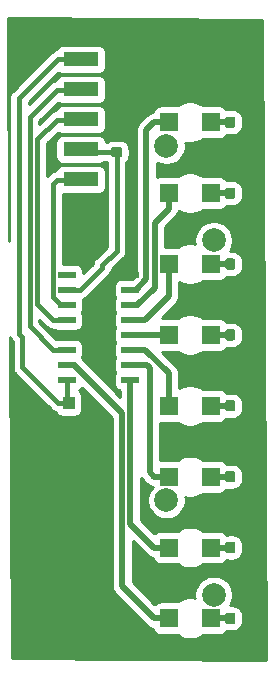
<source format=gbr>
G04 #@! TF.GenerationSoftware,KiCad,Pcbnew,5.1.5+dfsg1-2~bpo9+1*
G04 #@! TF.CreationDate,2020-08-27T13:13:01-04:00*
G04 #@! TF.ProjectId,turbidimeter,74757262-6964-4696-9d65-7465722e6b69,rev?*
G04 #@! TF.SameCoordinates,PXc8664b8PY125c7d0*
G04 #@! TF.FileFunction,Copper,L1,Top*
G04 #@! TF.FilePolarity,Positive*
%FSLAX46Y46*%
G04 Gerber Fmt 4.6, Leading zero omitted, Abs format (unit mm)*
G04 Created by KiCad (PCBNEW 5.1.5+dfsg1-2~bpo9+1) date 2020-08-27 13:13:01*
%MOMM*%
%LPD*%
G04 APERTURE LIST*
%ADD10R,1.498600X1.597660*%
%ADD11R,0.998220X1.099820*%
%ADD12R,2.999740X1.249680*%
%ADD13R,1.500000X0.600000*%
%ADD14C,0.150000*%
%ADD15C,2.000000*%
%ADD16C,0.400000*%
%ADD17C,0.500000*%
%ADD18C,0.254000*%
G04 APERTURE END LIST*
D10*
X17343120Y-8977800D03*
X13746480Y-8977800D03*
X17343120Y-14977800D03*
X13746480Y-14977800D03*
X17343120Y-20977800D03*
X13746480Y-20977800D03*
X17343120Y-26977800D03*
X13746480Y-26977800D03*
X17343120Y-32977800D03*
X13746480Y-32977800D03*
X17343120Y-38977800D03*
X13746480Y-38977800D03*
X17343120Y-44977800D03*
X13746480Y-44977800D03*
X17343120Y-50977800D03*
X13746480Y-50977800D03*
D11*
X5257800Y-34427160D03*
X5257800Y-32730440D03*
D12*
X6273800Y-1117600D03*
X6273800Y-3657600D03*
X6273800Y-6197600D03*
X6273800Y-8737600D03*
X6273800Y-11277600D03*
X6273800Y-13817600D03*
D13*
X5097800Y-30784800D03*
X5097800Y-29514800D03*
X5097800Y-28244800D03*
X5097800Y-26974800D03*
X5097800Y-25704800D03*
X5097800Y-24434800D03*
X5097800Y-23164800D03*
X5097800Y-21894800D03*
X10497800Y-21894800D03*
X10497800Y-23164800D03*
X10497800Y-24434800D03*
X10497800Y-25704800D03*
X10497800Y-26974800D03*
X10497800Y-28244800D03*
X10497800Y-29514800D03*
X10497800Y-30784800D03*
G04 #@! TA.AperFunction,SMDPad,CuDef*
D14*
G36*
X9599491Y-11069853D02*
G01*
X9620726Y-11073003D01*
X9641550Y-11078219D01*
X9661762Y-11085451D01*
X9681168Y-11094630D01*
X9699581Y-11105666D01*
X9716824Y-11118454D01*
X9732730Y-11132870D01*
X9747146Y-11148776D01*
X9759934Y-11166019D01*
X9770970Y-11184432D01*
X9780149Y-11203838D01*
X9787381Y-11224050D01*
X9792597Y-11244874D01*
X9795747Y-11266109D01*
X9796800Y-11287550D01*
X9796800Y-11725050D01*
X9795747Y-11746491D01*
X9792597Y-11767726D01*
X9787381Y-11788550D01*
X9780149Y-11808762D01*
X9770970Y-11828168D01*
X9759934Y-11846581D01*
X9747146Y-11863824D01*
X9732730Y-11879730D01*
X9716824Y-11894146D01*
X9699581Y-11906934D01*
X9681168Y-11917970D01*
X9661762Y-11927149D01*
X9641550Y-11934381D01*
X9620726Y-11939597D01*
X9599491Y-11942747D01*
X9578050Y-11943800D01*
X9065550Y-11943800D01*
X9044109Y-11942747D01*
X9022874Y-11939597D01*
X9002050Y-11934381D01*
X8981838Y-11927149D01*
X8962432Y-11917970D01*
X8944019Y-11906934D01*
X8926776Y-11894146D01*
X8910870Y-11879730D01*
X8896454Y-11863824D01*
X8883666Y-11846581D01*
X8872630Y-11828168D01*
X8863451Y-11808762D01*
X8856219Y-11788550D01*
X8851003Y-11767726D01*
X8847853Y-11746491D01*
X8846800Y-11725050D01*
X8846800Y-11287550D01*
X8847853Y-11266109D01*
X8851003Y-11244874D01*
X8856219Y-11224050D01*
X8863451Y-11203838D01*
X8872630Y-11184432D01*
X8883666Y-11166019D01*
X8896454Y-11148776D01*
X8910870Y-11132870D01*
X8926776Y-11118454D01*
X8944019Y-11105666D01*
X8962432Y-11094630D01*
X8981838Y-11085451D01*
X9002050Y-11078219D01*
X9022874Y-11073003D01*
X9044109Y-11069853D01*
X9065550Y-11068800D01*
X9578050Y-11068800D01*
X9599491Y-11069853D01*
G37*
G04 #@! TD.AperFunction*
G04 #@! TA.AperFunction,SMDPad,CuDef*
G36*
X9599491Y-9494853D02*
G01*
X9620726Y-9498003D01*
X9641550Y-9503219D01*
X9661762Y-9510451D01*
X9681168Y-9519630D01*
X9699581Y-9530666D01*
X9716824Y-9543454D01*
X9732730Y-9557870D01*
X9747146Y-9573776D01*
X9759934Y-9591019D01*
X9770970Y-9609432D01*
X9780149Y-9628838D01*
X9787381Y-9649050D01*
X9792597Y-9669874D01*
X9795747Y-9691109D01*
X9796800Y-9712550D01*
X9796800Y-10150050D01*
X9795747Y-10171491D01*
X9792597Y-10192726D01*
X9787381Y-10213550D01*
X9780149Y-10233762D01*
X9770970Y-10253168D01*
X9759934Y-10271581D01*
X9747146Y-10288824D01*
X9732730Y-10304730D01*
X9716824Y-10319146D01*
X9699581Y-10331934D01*
X9681168Y-10342970D01*
X9661762Y-10352149D01*
X9641550Y-10359381D01*
X9620726Y-10364597D01*
X9599491Y-10367747D01*
X9578050Y-10368800D01*
X9065550Y-10368800D01*
X9044109Y-10367747D01*
X9022874Y-10364597D01*
X9002050Y-10359381D01*
X8981838Y-10352149D01*
X8962432Y-10342970D01*
X8944019Y-10331934D01*
X8926776Y-10319146D01*
X8910870Y-10304730D01*
X8896454Y-10288824D01*
X8883666Y-10271581D01*
X8872630Y-10253168D01*
X8863451Y-10233762D01*
X8856219Y-10213550D01*
X8851003Y-10192726D01*
X8847853Y-10171491D01*
X8846800Y-10150050D01*
X8846800Y-9712550D01*
X8847853Y-9691109D01*
X8851003Y-9669874D01*
X8856219Y-9649050D01*
X8863451Y-9628838D01*
X8872630Y-9609432D01*
X8883666Y-9591019D01*
X8896454Y-9573776D01*
X8910870Y-9557870D01*
X8926776Y-9543454D01*
X8944019Y-9530666D01*
X8962432Y-9519630D01*
X8981838Y-9510451D01*
X9002050Y-9503219D01*
X9022874Y-9498003D01*
X9044109Y-9494853D01*
X9065550Y-9493800D01*
X9578050Y-9493800D01*
X9599491Y-9494853D01*
G37*
G04 #@! TD.AperFunction*
G04 #@! TA.AperFunction,SMDPad,CuDef*
G36*
X19188491Y-8503853D02*
G01*
X19209726Y-8507003D01*
X19230550Y-8512219D01*
X19250762Y-8519451D01*
X19270168Y-8528630D01*
X19288581Y-8539666D01*
X19305824Y-8552454D01*
X19321730Y-8566870D01*
X19336146Y-8582776D01*
X19348934Y-8600019D01*
X19359970Y-8618432D01*
X19369149Y-8637838D01*
X19376381Y-8658050D01*
X19381597Y-8678874D01*
X19384747Y-8700109D01*
X19385800Y-8721550D01*
X19385800Y-9234050D01*
X19384747Y-9255491D01*
X19381597Y-9276726D01*
X19376381Y-9297550D01*
X19369149Y-9317762D01*
X19359970Y-9337168D01*
X19348934Y-9355581D01*
X19336146Y-9372824D01*
X19321730Y-9388730D01*
X19305824Y-9403146D01*
X19288581Y-9415934D01*
X19270168Y-9426970D01*
X19250762Y-9436149D01*
X19230550Y-9443381D01*
X19209726Y-9448597D01*
X19188491Y-9451747D01*
X19167050Y-9452800D01*
X18729550Y-9452800D01*
X18708109Y-9451747D01*
X18686874Y-9448597D01*
X18666050Y-9443381D01*
X18645838Y-9436149D01*
X18626432Y-9426970D01*
X18608019Y-9415934D01*
X18590776Y-9403146D01*
X18574870Y-9388730D01*
X18560454Y-9372824D01*
X18547666Y-9355581D01*
X18536630Y-9337168D01*
X18527451Y-9317762D01*
X18520219Y-9297550D01*
X18515003Y-9276726D01*
X18511853Y-9255491D01*
X18510800Y-9234050D01*
X18510800Y-8721550D01*
X18511853Y-8700109D01*
X18515003Y-8678874D01*
X18520219Y-8658050D01*
X18527451Y-8637838D01*
X18536630Y-8618432D01*
X18547666Y-8600019D01*
X18560454Y-8582776D01*
X18574870Y-8566870D01*
X18590776Y-8552454D01*
X18608019Y-8539666D01*
X18626432Y-8528630D01*
X18645838Y-8519451D01*
X18666050Y-8512219D01*
X18686874Y-8507003D01*
X18708109Y-8503853D01*
X18729550Y-8502800D01*
X19167050Y-8502800D01*
X19188491Y-8503853D01*
G37*
G04 #@! TD.AperFunction*
G04 #@! TA.AperFunction,SMDPad,CuDef*
G36*
X20763491Y-8503853D02*
G01*
X20784726Y-8507003D01*
X20805550Y-8512219D01*
X20825762Y-8519451D01*
X20845168Y-8528630D01*
X20863581Y-8539666D01*
X20880824Y-8552454D01*
X20896730Y-8566870D01*
X20911146Y-8582776D01*
X20923934Y-8600019D01*
X20934970Y-8618432D01*
X20944149Y-8637838D01*
X20951381Y-8658050D01*
X20956597Y-8678874D01*
X20959747Y-8700109D01*
X20960800Y-8721550D01*
X20960800Y-9234050D01*
X20959747Y-9255491D01*
X20956597Y-9276726D01*
X20951381Y-9297550D01*
X20944149Y-9317762D01*
X20934970Y-9337168D01*
X20923934Y-9355581D01*
X20911146Y-9372824D01*
X20896730Y-9388730D01*
X20880824Y-9403146D01*
X20863581Y-9415934D01*
X20845168Y-9426970D01*
X20825762Y-9436149D01*
X20805550Y-9443381D01*
X20784726Y-9448597D01*
X20763491Y-9451747D01*
X20742050Y-9452800D01*
X20304550Y-9452800D01*
X20283109Y-9451747D01*
X20261874Y-9448597D01*
X20241050Y-9443381D01*
X20220838Y-9436149D01*
X20201432Y-9426970D01*
X20183019Y-9415934D01*
X20165776Y-9403146D01*
X20149870Y-9388730D01*
X20135454Y-9372824D01*
X20122666Y-9355581D01*
X20111630Y-9337168D01*
X20102451Y-9317762D01*
X20095219Y-9297550D01*
X20090003Y-9276726D01*
X20086853Y-9255491D01*
X20085800Y-9234050D01*
X20085800Y-8721550D01*
X20086853Y-8700109D01*
X20090003Y-8678874D01*
X20095219Y-8658050D01*
X20102451Y-8637838D01*
X20111630Y-8618432D01*
X20122666Y-8600019D01*
X20135454Y-8582776D01*
X20149870Y-8566870D01*
X20165776Y-8552454D01*
X20183019Y-8539666D01*
X20201432Y-8528630D01*
X20220838Y-8519451D01*
X20241050Y-8512219D01*
X20261874Y-8507003D01*
X20283109Y-8503853D01*
X20304550Y-8502800D01*
X20742050Y-8502800D01*
X20763491Y-8503853D01*
G37*
G04 #@! TD.AperFunction*
G04 #@! TA.AperFunction,SMDPad,CuDef*
G36*
X19188491Y-14503853D02*
G01*
X19209726Y-14507003D01*
X19230550Y-14512219D01*
X19250762Y-14519451D01*
X19270168Y-14528630D01*
X19288581Y-14539666D01*
X19305824Y-14552454D01*
X19321730Y-14566870D01*
X19336146Y-14582776D01*
X19348934Y-14600019D01*
X19359970Y-14618432D01*
X19369149Y-14637838D01*
X19376381Y-14658050D01*
X19381597Y-14678874D01*
X19384747Y-14700109D01*
X19385800Y-14721550D01*
X19385800Y-15234050D01*
X19384747Y-15255491D01*
X19381597Y-15276726D01*
X19376381Y-15297550D01*
X19369149Y-15317762D01*
X19359970Y-15337168D01*
X19348934Y-15355581D01*
X19336146Y-15372824D01*
X19321730Y-15388730D01*
X19305824Y-15403146D01*
X19288581Y-15415934D01*
X19270168Y-15426970D01*
X19250762Y-15436149D01*
X19230550Y-15443381D01*
X19209726Y-15448597D01*
X19188491Y-15451747D01*
X19167050Y-15452800D01*
X18729550Y-15452800D01*
X18708109Y-15451747D01*
X18686874Y-15448597D01*
X18666050Y-15443381D01*
X18645838Y-15436149D01*
X18626432Y-15426970D01*
X18608019Y-15415934D01*
X18590776Y-15403146D01*
X18574870Y-15388730D01*
X18560454Y-15372824D01*
X18547666Y-15355581D01*
X18536630Y-15337168D01*
X18527451Y-15317762D01*
X18520219Y-15297550D01*
X18515003Y-15276726D01*
X18511853Y-15255491D01*
X18510800Y-15234050D01*
X18510800Y-14721550D01*
X18511853Y-14700109D01*
X18515003Y-14678874D01*
X18520219Y-14658050D01*
X18527451Y-14637838D01*
X18536630Y-14618432D01*
X18547666Y-14600019D01*
X18560454Y-14582776D01*
X18574870Y-14566870D01*
X18590776Y-14552454D01*
X18608019Y-14539666D01*
X18626432Y-14528630D01*
X18645838Y-14519451D01*
X18666050Y-14512219D01*
X18686874Y-14507003D01*
X18708109Y-14503853D01*
X18729550Y-14502800D01*
X19167050Y-14502800D01*
X19188491Y-14503853D01*
G37*
G04 #@! TD.AperFunction*
G04 #@! TA.AperFunction,SMDPad,CuDef*
G36*
X20763491Y-14503853D02*
G01*
X20784726Y-14507003D01*
X20805550Y-14512219D01*
X20825762Y-14519451D01*
X20845168Y-14528630D01*
X20863581Y-14539666D01*
X20880824Y-14552454D01*
X20896730Y-14566870D01*
X20911146Y-14582776D01*
X20923934Y-14600019D01*
X20934970Y-14618432D01*
X20944149Y-14637838D01*
X20951381Y-14658050D01*
X20956597Y-14678874D01*
X20959747Y-14700109D01*
X20960800Y-14721550D01*
X20960800Y-15234050D01*
X20959747Y-15255491D01*
X20956597Y-15276726D01*
X20951381Y-15297550D01*
X20944149Y-15317762D01*
X20934970Y-15337168D01*
X20923934Y-15355581D01*
X20911146Y-15372824D01*
X20896730Y-15388730D01*
X20880824Y-15403146D01*
X20863581Y-15415934D01*
X20845168Y-15426970D01*
X20825762Y-15436149D01*
X20805550Y-15443381D01*
X20784726Y-15448597D01*
X20763491Y-15451747D01*
X20742050Y-15452800D01*
X20304550Y-15452800D01*
X20283109Y-15451747D01*
X20261874Y-15448597D01*
X20241050Y-15443381D01*
X20220838Y-15436149D01*
X20201432Y-15426970D01*
X20183019Y-15415934D01*
X20165776Y-15403146D01*
X20149870Y-15388730D01*
X20135454Y-15372824D01*
X20122666Y-15355581D01*
X20111630Y-15337168D01*
X20102451Y-15317762D01*
X20095219Y-15297550D01*
X20090003Y-15276726D01*
X20086853Y-15255491D01*
X20085800Y-15234050D01*
X20085800Y-14721550D01*
X20086853Y-14700109D01*
X20090003Y-14678874D01*
X20095219Y-14658050D01*
X20102451Y-14637838D01*
X20111630Y-14618432D01*
X20122666Y-14600019D01*
X20135454Y-14582776D01*
X20149870Y-14566870D01*
X20165776Y-14552454D01*
X20183019Y-14539666D01*
X20201432Y-14528630D01*
X20220838Y-14519451D01*
X20241050Y-14512219D01*
X20261874Y-14507003D01*
X20283109Y-14503853D01*
X20304550Y-14502800D01*
X20742050Y-14502800D01*
X20763491Y-14503853D01*
G37*
G04 #@! TD.AperFunction*
G04 #@! TA.AperFunction,SMDPad,CuDef*
G36*
X19188491Y-20503853D02*
G01*
X19209726Y-20507003D01*
X19230550Y-20512219D01*
X19250762Y-20519451D01*
X19270168Y-20528630D01*
X19288581Y-20539666D01*
X19305824Y-20552454D01*
X19321730Y-20566870D01*
X19336146Y-20582776D01*
X19348934Y-20600019D01*
X19359970Y-20618432D01*
X19369149Y-20637838D01*
X19376381Y-20658050D01*
X19381597Y-20678874D01*
X19384747Y-20700109D01*
X19385800Y-20721550D01*
X19385800Y-21234050D01*
X19384747Y-21255491D01*
X19381597Y-21276726D01*
X19376381Y-21297550D01*
X19369149Y-21317762D01*
X19359970Y-21337168D01*
X19348934Y-21355581D01*
X19336146Y-21372824D01*
X19321730Y-21388730D01*
X19305824Y-21403146D01*
X19288581Y-21415934D01*
X19270168Y-21426970D01*
X19250762Y-21436149D01*
X19230550Y-21443381D01*
X19209726Y-21448597D01*
X19188491Y-21451747D01*
X19167050Y-21452800D01*
X18729550Y-21452800D01*
X18708109Y-21451747D01*
X18686874Y-21448597D01*
X18666050Y-21443381D01*
X18645838Y-21436149D01*
X18626432Y-21426970D01*
X18608019Y-21415934D01*
X18590776Y-21403146D01*
X18574870Y-21388730D01*
X18560454Y-21372824D01*
X18547666Y-21355581D01*
X18536630Y-21337168D01*
X18527451Y-21317762D01*
X18520219Y-21297550D01*
X18515003Y-21276726D01*
X18511853Y-21255491D01*
X18510800Y-21234050D01*
X18510800Y-20721550D01*
X18511853Y-20700109D01*
X18515003Y-20678874D01*
X18520219Y-20658050D01*
X18527451Y-20637838D01*
X18536630Y-20618432D01*
X18547666Y-20600019D01*
X18560454Y-20582776D01*
X18574870Y-20566870D01*
X18590776Y-20552454D01*
X18608019Y-20539666D01*
X18626432Y-20528630D01*
X18645838Y-20519451D01*
X18666050Y-20512219D01*
X18686874Y-20507003D01*
X18708109Y-20503853D01*
X18729550Y-20502800D01*
X19167050Y-20502800D01*
X19188491Y-20503853D01*
G37*
G04 #@! TD.AperFunction*
G04 #@! TA.AperFunction,SMDPad,CuDef*
G36*
X20763491Y-20503853D02*
G01*
X20784726Y-20507003D01*
X20805550Y-20512219D01*
X20825762Y-20519451D01*
X20845168Y-20528630D01*
X20863581Y-20539666D01*
X20880824Y-20552454D01*
X20896730Y-20566870D01*
X20911146Y-20582776D01*
X20923934Y-20600019D01*
X20934970Y-20618432D01*
X20944149Y-20637838D01*
X20951381Y-20658050D01*
X20956597Y-20678874D01*
X20959747Y-20700109D01*
X20960800Y-20721550D01*
X20960800Y-21234050D01*
X20959747Y-21255491D01*
X20956597Y-21276726D01*
X20951381Y-21297550D01*
X20944149Y-21317762D01*
X20934970Y-21337168D01*
X20923934Y-21355581D01*
X20911146Y-21372824D01*
X20896730Y-21388730D01*
X20880824Y-21403146D01*
X20863581Y-21415934D01*
X20845168Y-21426970D01*
X20825762Y-21436149D01*
X20805550Y-21443381D01*
X20784726Y-21448597D01*
X20763491Y-21451747D01*
X20742050Y-21452800D01*
X20304550Y-21452800D01*
X20283109Y-21451747D01*
X20261874Y-21448597D01*
X20241050Y-21443381D01*
X20220838Y-21436149D01*
X20201432Y-21426970D01*
X20183019Y-21415934D01*
X20165776Y-21403146D01*
X20149870Y-21388730D01*
X20135454Y-21372824D01*
X20122666Y-21355581D01*
X20111630Y-21337168D01*
X20102451Y-21317762D01*
X20095219Y-21297550D01*
X20090003Y-21276726D01*
X20086853Y-21255491D01*
X20085800Y-21234050D01*
X20085800Y-20721550D01*
X20086853Y-20700109D01*
X20090003Y-20678874D01*
X20095219Y-20658050D01*
X20102451Y-20637838D01*
X20111630Y-20618432D01*
X20122666Y-20600019D01*
X20135454Y-20582776D01*
X20149870Y-20566870D01*
X20165776Y-20552454D01*
X20183019Y-20539666D01*
X20201432Y-20528630D01*
X20220838Y-20519451D01*
X20241050Y-20512219D01*
X20261874Y-20507003D01*
X20283109Y-20503853D01*
X20304550Y-20502800D01*
X20742050Y-20502800D01*
X20763491Y-20503853D01*
G37*
G04 #@! TD.AperFunction*
G04 #@! TA.AperFunction,SMDPad,CuDef*
G36*
X19188491Y-26503853D02*
G01*
X19209726Y-26507003D01*
X19230550Y-26512219D01*
X19250762Y-26519451D01*
X19270168Y-26528630D01*
X19288581Y-26539666D01*
X19305824Y-26552454D01*
X19321730Y-26566870D01*
X19336146Y-26582776D01*
X19348934Y-26600019D01*
X19359970Y-26618432D01*
X19369149Y-26637838D01*
X19376381Y-26658050D01*
X19381597Y-26678874D01*
X19384747Y-26700109D01*
X19385800Y-26721550D01*
X19385800Y-27234050D01*
X19384747Y-27255491D01*
X19381597Y-27276726D01*
X19376381Y-27297550D01*
X19369149Y-27317762D01*
X19359970Y-27337168D01*
X19348934Y-27355581D01*
X19336146Y-27372824D01*
X19321730Y-27388730D01*
X19305824Y-27403146D01*
X19288581Y-27415934D01*
X19270168Y-27426970D01*
X19250762Y-27436149D01*
X19230550Y-27443381D01*
X19209726Y-27448597D01*
X19188491Y-27451747D01*
X19167050Y-27452800D01*
X18729550Y-27452800D01*
X18708109Y-27451747D01*
X18686874Y-27448597D01*
X18666050Y-27443381D01*
X18645838Y-27436149D01*
X18626432Y-27426970D01*
X18608019Y-27415934D01*
X18590776Y-27403146D01*
X18574870Y-27388730D01*
X18560454Y-27372824D01*
X18547666Y-27355581D01*
X18536630Y-27337168D01*
X18527451Y-27317762D01*
X18520219Y-27297550D01*
X18515003Y-27276726D01*
X18511853Y-27255491D01*
X18510800Y-27234050D01*
X18510800Y-26721550D01*
X18511853Y-26700109D01*
X18515003Y-26678874D01*
X18520219Y-26658050D01*
X18527451Y-26637838D01*
X18536630Y-26618432D01*
X18547666Y-26600019D01*
X18560454Y-26582776D01*
X18574870Y-26566870D01*
X18590776Y-26552454D01*
X18608019Y-26539666D01*
X18626432Y-26528630D01*
X18645838Y-26519451D01*
X18666050Y-26512219D01*
X18686874Y-26507003D01*
X18708109Y-26503853D01*
X18729550Y-26502800D01*
X19167050Y-26502800D01*
X19188491Y-26503853D01*
G37*
G04 #@! TD.AperFunction*
G04 #@! TA.AperFunction,SMDPad,CuDef*
G36*
X20763491Y-26503853D02*
G01*
X20784726Y-26507003D01*
X20805550Y-26512219D01*
X20825762Y-26519451D01*
X20845168Y-26528630D01*
X20863581Y-26539666D01*
X20880824Y-26552454D01*
X20896730Y-26566870D01*
X20911146Y-26582776D01*
X20923934Y-26600019D01*
X20934970Y-26618432D01*
X20944149Y-26637838D01*
X20951381Y-26658050D01*
X20956597Y-26678874D01*
X20959747Y-26700109D01*
X20960800Y-26721550D01*
X20960800Y-27234050D01*
X20959747Y-27255491D01*
X20956597Y-27276726D01*
X20951381Y-27297550D01*
X20944149Y-27317762D01*
X20934970Y-27337168D01*
X20923934Y-27355581D01*
X20911146Y-27372824D01*
X20896730Y-27388730D01*
X20880824Y-27403146D01*
X20863581Y-27415934D01*
X20845168Y-27426970D01*
X20825762Y-27436149D01*
X20805550Y-27443381D01*
X20784726Y-27448597D01*
X20763491Y-27451747D01*
X20742050Y-27452800D01*
X20304550Y-27452800D01*
X20283109Y-27451747D01*
X20261874Y-27448597D01*
X20241050Y-27443381D01*
X20220838Y-27436149D01*
X20201432Y-27426970D01*
X20183019Y-27415934D01*
X20165776Y-27403146D01*
X20149870Y-27388730D01*
X20135454Y-27372824D01*
X20122666Y-27355581D01*
X20111630Y-27337168D01*
X20102451Y-27317762D01*
X20095219Y-27297550D01*
X20090003Y-27276726D01*
X20086853Y-27255491D01*
X20085800Y-27234050D01*
X20085800Y-26721550D01*
X20086853Y-26700109D01*
X20090003Y-26678874D01*
X20095219Y-26658050D01*
X20102451Y-26637838D01*
X20111630Y-26618432D01*
X20122666Y-26600019D01*
X20135454Y-26582776D01*
X20149870Y-26566870D01*
X20165776Y-26552454D01*
X20183019Y-26539666D01*
X20201432Y-26528630D01*
X20220838Y-26519451D01*
X20241050Y-26512219D01*
X20261874Y-26507003D01*
X20283109Y-26503853D01*
X20304550Y-26502800D01*
X20742050Y-26502800D01*
X20763491Y-26503853D01*
G37*
G04 #@! TD.AperFunction*
G04 #@! TA.AperFunction,SMDPad,CuDef*
G36*
X19188491Y-32503853D02*
G01*
X19209726Y-32507003D01*
X19230550Y-32512219D01*
X19250762Y-32519451D01*
X19270168Y-32528630D01*
X19288581Y-32539666D01*
X19305824Y-32552454D01*
X19321730Y-32566870D01*
X19336146Y-32582776D01*
X19348934Y-32600019D01*
X19359970Y-32618432D01*
X19369149Y-32637838D01*
X19376381Y-32658050D01*
X19381597Y-32678874D01*
X19384747Y-32700109D01*
X19385800Y-32721550D01*
X19385800Y-33234050D01*
X19384747Y-33255491D01*
X19381597Y-33276726D01*
X19376381Y-33297550D01*
X19369149Y-33317762D01*
X19359970Y-33337168D01*
X19348934Y-33355581D01*
X19336146Y-33372824D01*
X19321730Y-33388730D01*
X19305824Y-33403146D01*
X19288581Y-33415934D01*
X19270168Y-33426970D01*
X19250762Y-33436149D01*
X19230550Y-33443381D01*
X19209726Y-33448597D01*
X19188491Y-33451747D01*
X19167050Y-33452800D01*
X18729550Y-33452800D01*
X18708109Y-33451747D01*
X18686874Y-33448597D01*
X18666050Y-33443381D01*
X18645838Y-33436149D01*
X18626432Y-33426970D01*
X18608019Y-33415934D01*
X18590776Y-33403146D01*
X18574870Y-33388730D01*
X18560454Y-33372824D01*
X18547666Y-33355581D01*
X18536630Y-33337168D01*
X18527451Y-33317762D01*
X18520219Y-33297550D01*
X18515003Y-33276726D01*
X18511853Y-33255491D01*
X18510800Y-33234050D01*
X18510800Y-32721550D01*
X18511853Y-32700109D01*
X18515003Y-32678874D01*
X18520219Y-32658050D01*
X18527451Y-32637838D01*
X18536630Y-32618432D01*
X18547666Y-32600019D01*
X18560454Y-32582776D01*
X18574870Y-32566870D01*
X18590776Y-32552454D01*
X18608019Y-32539666D01*
X18626432Y-32528630D01*
X18645838Y-32519451D01*
X18666050Y-32512219D01*
X18686874Y-32507003D01*
X18708109Y-32503853D01*
X18729550Y-32502800D01*
X19167050Y-32502800D01*
X19188491Y-32503853D01*
G37*
G04 #@! TD.AperFunction*
G04 #@! TA.AperFunction,SMDPad,CuDef*
G36*
X20763491Y-32503853D02*
G01*
X20784726Y-32507003D01*
X20805550Y-32512219D01*
X20825762Y-32519451D01*
X20845168Y-32528630D01*
X20863581Y-32539666D01*
X20880824Y-32552454D01*
X20896730Y-32566870D01*
X20911146Y-32582776D01*
X20923934Y-32600019D01*
X20934970Y-32618432D01*
X20944149Y-32637838D01*
X20951381Y-32658050D01*
X20956597Y-32678874D01*
X20959747Y-32700109D01*
X20960800Y-32721550D01*
X20960800Y-33234050D01*
X20959747Y-33255491D01*
X20956597Y-33276726D01*
X20951381Y-33297550D01*
X20944149Y-33317762D01*
X20934970Y-33337168D01*
X20923934Y-33355581D01*
X20911146Y-33372824D01*
X20896730Y-33388730D01*
X20880824Y-33403146D01*
X20863581Y-33415934D01*
X20845168Y-33426970D01*
X20825762Y-33436149D01*
X20805550Y-33443381D01*
X20784726Y-33448597D01*
X20763491Y-33451747D01*
X20742050Y-33452800D01*
X20304550Y-33452800D01*
X20283109Y-33451747D01*
X20261874Y-33448597D01*
X20241050Y-33443381D01*
X20220838Y-33436149D01*
X20201432Y-33426970D01*
X20183019Y-33415934D01*
X20165776Y-33403146D01*
X20149870Y-33388730D01*
X20135454Y-33372824D01*
X20122666Y-33355581D01*
X20111630Y-33337168D01*
X20102451Y-33317762D01*
X20095219Y-33297550D01*
X20090003Y-33276726D01*
X20086853Y-33255491D01*
X20085800Y-33234050D01*
X20085800Y-32721550D01*
X20086853Y-32700109D01*
X20090003Y-32678874D01*
X20095219Y-32658050D01*
X20102451Y-32637838D01*
X20111630Y-32618432D01*
X20122666Y-32600019D01*
X20135454Y-32582776D01*
X20149870Y-32566870D01*
X20165776Y-32552454D01*
X20183019Y-32539666D01*
X20201432Y-32528630D01*
X20220838Y-32519451D01*
X20241050Y-32512219D01*
X20261874Y-32507003D01*
X20283109Y-32503853D01*
X20304550Y-32502800D01*
X20742050Y-32502800D01*
X20763491Y-32503853D01*
G37*
G04 #@! TD.AperFunction*
G04 #@! TA.AperFunction,SMDPad,CuDef*
G36*
X19188491Y-38503853D02*
G01*
X19209726Y-38507003D01*
X19230550Y-38512219D01*
X19250762Y-38519451D01*
X19270168Y-38528630D01*
X19288581Y-38539666D01*
X19305824Y-38552454D01*
X19321730Y-38566870D01*
X19336146Y-38582776D01*
X19348934Y-38600019D01*
X19359970Y-38618432D01*
X19369149Y-38637838D01*
X19376381Y-38658050D01*
X19381597Y-38678874D01*
X19384747Y-38700109D01*
X19385800Y-38721550D01*
X19385800Y-39234050D01*
X19384747Y-39255491D01*
X19381597Y-39276726D01*
X19376381Y-39297550D01*
X19369149Y-39317762D01*
X19359970Y-39337168D01*
X19348934Y-39355581D01*
X19336146Y-39372824D01*
X19321730Y-39388730D01*
X19305824Y-39403146D01*
X19288581Y-39415934D01*
X19270168Y-39426970D01*
X19250762Y-39436149D01*
X19230550Y-39443381D01*
X19209726Y-39448597D01*
X19188491Y-39451747D01*
X19167050Y-39452800D01*
X18729550Y-39452800D01*
X18708109Y-39451747D01*
X18686874Y-39448597D01*
X18666050Y-39443381D01*
X18645838Y-39436149D01*
X18626432Y-39426970D01*
X18608019Y-39415934D01*
X18590776Y-39403146D01*
X18574870Y-39388730D01*
X18560454Y-39372824D01*
X18547666Y-39355581D01*
X18536630Y-39337168D01*
X18527451Y-39317762D01*
X18520219Y-39297550D01*
X18515003Y-39276726D01*
X18511853Y-39255491D01*
X18510800Y-39234050D01*
X18510800Y-38721550D01*
X18511853Y-38700109D01*
X18515003Y-38678874D01*
X18520219Y-38658050D01*
X18527451Y-38637838D01*
X18536630Y-38618432D01*
X18547666Y-38600019D01*
X18560454Y-38582776D01*
X18574870Y-38566870D01*
X18590776Y-38552454D01*
X18608019Y-38539666D01*
X18626432Y-38528630D01*
X18645838Y-38519451D01*
X18666050Y-38512219D01*
X18686874Y-38507003D01*
X18708109Y-38503853D01*
X18729550Y-38502800D01*
X19167050Y-38502800D01*
X19188491Y-38503853D01*
G37*
G04 #@! TD.AperFunction*
G04 #@! TA.AperFunction,SMDPad,CuDef*
G36*
X20763491Y-38503853D02*
G01*
X20784726Y-38507003D01*
X20805550Y-38512219D01*
X20825762Y-38519451D01*
X20845168Y-38528630D01*
X20863581Y-38539666D01*
X20880824Y-38552454D01*
X20896730Y-38566870D01*
X20911146Y-38582776D01*
X20923934Y-38600019D01*
X20934970Y-38618432D01*
X20944149Y-38637838D01*
X20951381Y-38658050D01*
X20956597Y-38678874D01*
X20959747Y-38700109D01*
X20960800Y-38721550D01*
X20960800Y-39234050D01*
X20959747Y-39255491D01*
X20956597Y-39276726D01*
X20951381Y-39297550D01*
X20944149Y-39317762D01*
X20934970Y-39337168D01*
X20923934Y-39355581D01*
X20911146Y-39372824D01*
X20896730Y-39388730D01*
X20880824Y-39403146D01*
X20863581Y-39415934D01*
X20845168Y-39426970D01*
X20825762Y-39436149D01*
X20805550Y-39443381D01*
X20784726Y-39448597D01*
X20763491Y-39451747D01*
X20742050Y-39452800D01*
X20304550Y-39452800D01*
X20283109Y-39451747D01*
X20261874Y-39448597D01*
X20241050Y-39443381D01*
X20220838Y-39436149D01*
X20201432Y-39426970D01*
X20183019Y-39415934D01*
X20165776Y-39403146D01*
X20149870Y-39388730D01*
X20135454Y-39372824D01*
X20122666Y-39355581D01*
X20111630Y-39337168D01*
X20102451Y-39317762D01*
X20095219Y-39297550D01*
X20090003Y-39276726D01*
X20086853Y-39255491D01*
X20085800Y-39234050D01*
X20085800Y-38721550D01*
X20086853Y-38700109D01*
X20090003Y-38678874D01*
X20095219Y-38658050D01*
X20102451Y-38637838D01*
X20111630Y-38618432D01*
X20122666Y-38600019D01*
X20135454Y-38582776D01*
X20149870Y-38566870D01*
X20165776Y-38552454D01*
X20183019Y-38539666D01*
X20201432Y-38528630D01*
X20220838Y-38519451D01*
X20241050Y-38512219D01*
X20261874Y-38507003D01*
X20283109Y-38503853D01*
X20304550Y-38502800D01*
X20742050Y-38502800D01*
X20763491Y-38503853D01*
G37*
G04 #@! TD.AperFunction*
G04 #@! TA.AperFunction,SMDPad,CuDef*
G36*
X19188491Y-44503853D02*
G01*
X19209726Y-44507003D01*
X19230550Y-44512219D01*
X19250762Y-44519451D01*
X19270168Y-44528630D01*
X19288581Y-44539666D01*
X19305824Y-44552454D01*
X19321730Y-44566870D01*
X19336146Y-44582776D01*
X19348934Y-44600019D01*
X19359970Y-44618432D01*
X19369149Y-44637838D01*
X19376381Y-44658050D01*
X19381597Y-44678874D01*
X19384747Y-44700109D01*
X19385800Y-44721550D01*
X19385800Y-45234050D01*
X19384747Y-45255491D01*
X19381597Y-45276726D01*
X19376381Y-45297550D01*
X19369149Y-45317762D01*
X19359970Y-45337168D01*
X19348934Y-45355581D01*
X19336146Y-45372824D01*
X19321730Y-45388730D01*
X19305824Y-45403146D01*
X19288581Y-45415934D01*
X19270168Y-45426970D01*
X19250762Y-45436149D01*
X19230550Y-45443381D01*
X19209726Y-45448597D01*
X19188491Y-45451747D01*
X19167050Y-45452800D01*
X18729550Y-45452800D01*
X18708109Y-45451747D01*
X18686874Y-45448597D01*
X18666050Y-45443381D01*
X18645838Y-45436149D01*
X18626432Y-45426970D01*
X18608019Y-45415934D01*
X18590776Y-45403146D01*
X18574870Y-45388730D01*
X18560454Y-45372824D01*
X18547666Y-45355581D01*
X18536630Y-45337168D01*
X18527451Y-45317762D01*
X18520219Y-45297550D01*
X18515003Y-45276726D01*
X18511853Y-45255491D01*
X18510800Y-45234050D01*
X18510800Y-44721550D01*
X18511853Y-44700109D01*
X18515003Y-44678874D01*
X18520219Y-44658050D01*
X18527451Y-44637838D01*
X18536630Y-44618432D01*
X18547666Y-44600019D01*
X18560454Y-44582776D01*
X18574870Y-44566870D01*
X18590776Y-44552454D01*
X18608019Y-44539666D01*
X18626432Y-44528630D01*
X18645838Y-44519451D01*
X18666050Y-44512219D01*
X18686874Y-44507003D01*
X18708109Y-44503853D01*
X18729550Y-44502800D01*
X19167050Y-44502800D01*
X19188491Y-44503853D01*
G37*
G04 #@! TD.AperFunction*
G04 #@! TA.AperFunction,SMDPad,CuDef*
G36*
X20763491Y-44503853D02*
G01*
X20784726Y-44507003D01*
X20805550Y-44512219D01*
X20825762Y-44519451D01*
X20845168Y-44528630D01*
X20863581Y-44539666D01*
X20880824Y-44552454D01*
X20896730Y-44566870D01*
X20911146Y-44582776D01*
X20923934Y-44600019D01*
X20934970Y-44618432D01*
X20944149Y-44637838D01*
X20951381Y-44658050D01*
X20956597Y-44678874D01*
X20959747Y-44700109D01*
X20960800Y-44721550D01*
X20960800Y-45234050D01*
X20959747Y-45255491D01*
X20956597Y-45276726D01*
X20951381Y-45297550D01*
X20944149Y-45317762D01*
X20934970Y-45337168D01*
X20923934Y-45355581D01*
X20911146Y-45372824D01*
X20896730Y-45388730D01*
X20880824Y-45403146D01*
X20863581Y-45415934D01*
X20845168Y-45426970D01*
X20825762Y-45436149D01*
X20805550Y-45443381D01*
X20784726Y-45448597D01*
X20763491Y-45451747D01*
X20742050Y-45452800D01*
X20304550Y-45452800D01*
X20283109Y-45451747D01*
X20261874Y-45448597D01*
X20241050Y-45443381D01*
X20220838Y-45436149D01*
X20201432Y-45426970D01*
X20183019Y-45415934D01*
X20165776Y-45403146D01*
X20149870Y-45388730D01*
X20135454Y-45372824D01*
X20122666Y-45355581D01*
X20111630Y-45337168D01*
X20102451Y-45317762D01*
X20095219Y-45297550D01*
X20090003Y-45276726D01*
X20086853Y-45255491D01*
X20085800Y-45234050D01*
X20085800Y-44721550D01*
X20086853Y-44700109D01*
X20090003Y-44678874D01*
X20095219Y-44658050D01*
X20102451Y-44637838D01*
X20111630Y-44618432D01*
X20122666Y-44600019D01*
X20135454Y-44582776D01*
X20149870Y-44566870D01*
X20165776Y-44552454D01*
X20183019Y-44539666D01*
X20201432Y-44528630D01*
X20220838Y-44519451D01*
X20241050Y-44512219D01*
X20261874Y-44507003D01*
X20283109Y-44503853D01*
X20304550Y-44502800D01*
X20742050Y-44502800D01*
X20763491Y-44503853D01*
G37*
G04 #@! TD.AperFunction*
G04 #@! TA.AperFunction,SMDPad,CuDef*
G36*
X19188491Y-50503853D02*
G01*
X19209726Y-50507003D01*
X19230550Y-50512219D01*
X19250762Y-50519451D01*
X19270168Y-50528630D01*
X19288581Y-50539666D01*
X19305824Y-50552454D01*
X19321730Y-50566870D01*
X19336146Y-50582776D01*
X19348934Y-50600019D01*
X19359970Y-50618432D01*
X19369149Y-50637838D01*
X19376381Y-50658050D01*
X19381597Y-50678874D01*
X19384747Y-50700109D01*
X19385800Y-50721550D01*
X19385800Y-51234050D01*
X19384747Y-51255491D01*
X19381597Y-51276726D01*
X19376381Y-51297550D01*
X19369149Y-51317762D01*
X19359970Y-51337168D01*
X19348934Y-51355581D01*
X19336146Y-51372824D01*
X19321730Y-51388730D01*
X19305824Y-51403146D01*
X19288581Y-51415934D01*
X19270168Y-51426970D01*
X19250762Y-51436149D01*
X19230550Y-51443381D01*
X19209726Y-51448597D01*
X19188491Y-51451747D01*
X19167050Y-51452800D01*
X18729550Y-51452800D01*
X18708109Y-51451747D01*
X18686874Y-51448597D01*
X18666050Y-51443381D01*
X18645838Y-51436149D01*
X18626432Y-51426970D01*
X18608019Y-51415934D01*
X18590776Y-51403146D01*
X18574870Y-51388730D01*
X18560454Y-51372824D01*
X18547666Y-51355581D01*
X18536630Y-51337168D01*
X18527451Y-51317762D01*
X18520219Y-51297550D01*
X18515003Y-51276726D01*
X18511853Y-51255491D01*
X18510800Y-51234050D01*
X18510800Y-50721550D01*
X18511853Y-50700109D01*
X18515003Y-50678874D01*
X18520219Y-50658050D01*
X18527451Y-50637838D01*
X18536630Y-50618432D01*
X18547666Y-50600019D01*
X18560454Y-50582776D01*
X18574870Y-50566870D01*
X18590776Y-50552454D01*
X18608019Y-50539666D01*
X18626432Y-50528630D01*
X18645838Y-50519451D01*
X18666050Y-50512219D01*
X18686874Y-50507003D01*
X18708109Y-50503853D01*
X18729550Y-50502800D01*
X19167050Y-50502800D01*
X19188491Y-50503853D01*
G37*
G04 #@! TD.AperFunction*
G04 #@! TA.AperFunction,SMDPad,CuDef*
G36*
X20763491Y-50503853D02*
G01*
X20784726Y-50507003D01*
X20805550Y-50512219D01*
X20825762Y-50519451D01*
X20845168Y-50528630D01*
X20863581Y-50539666D01*
X20880824Y-50552454D01*
X20896730Y-50566870D01*
X20911146Y-50582776D01*
X20923934Y-50600019D01*
X20934970Y-50618432D01*
X20944149Y-50637838D01*
X20951381Y-50658050D01*
X20956597Y-50678874D01*
X20959747Y-50700109D01*
X20960800Y-50721550D01*
X20960800Y-51234050D01*
X20959747Y-51255491D01*
X20956597Y-51276726D01*
X20951381Y-51297550D01*
X20944149Y-51317762D01*
X20934970Y-51337168D01*
X20923934Y-51355581D01*
X20911146Y-51372824D01*
X20896730Y-51388730D01*
X20880824Y-51403146D01*
X20863581Y-51415934D01*
X20845168Y-51426970D01*
X20825762Y-51436149D01*
X20805550Y-51443381D01*
X20784726Y-51448597D01*
X20763491Y-51451747D01*
X20742050Y-51452800D01*
X20304550Y-51452800D01*
X20283109Y-51451747D01*
X20261874Y-51448597D01*
X20241050Y-51443381D01*
X20220838Y-51436149D01*
X20201432Y-51426970D01*
X20183019Y-51415934D01*
X20165776Y-51403146D01*
X20149870Y-51388730D01*
X20135454Y-51372824D01*
X20122666Y-51355581D01*
X20111630Y-51337168D01*
X20102451Y-51317762D01*
X20095219Y-51297550D01*
X20090003Y-51276726D01*
X20086853Y-51255491D01*
X20085800Y-51234050D01*
X20085800Y-50721550D01*
X20086853Y-50700109D01*
X20090003Y-50678874D01*
X20095219Y-50658050D01*
X20102451Y-50637838D01*
X20111630Y-50618432D01*
X20122666Y-50600019D01*
X20135454Y-50582776D01*
X20149870Y-50566870D01*
X20165776Y-50552454D01*
X20183019Y-50539666D01*
X20201432Y-50528630D01*
X20220838Y-50519451D01*
X20241050Y-50512219D01*
X20261874Y-50507003D01*
X20283109Y-50503853D01*
X20304550Y-50502800D01*
X20742050Y-50502800D01*
X20763491Y-50503853D01*
G37*
G04 #@! TD.AperFunction*
D15*
X13544800Y-10976800D03*
X17544800Y-18977800D03*
X13544800Y-40976800D03*
X17544800Y-48977800D03*
D16*
X5097800Y-32570440D02*
X5257800Y-32730440D01*
X5097800Y-30784800D02*
X5097800Y-32570440D01*
X1066800Y-10985500D02*
X1066800Y-6913930D01*
X4373930Y-3606800D02*
X6273800Y-3606800D01*
X1079500Y-10998200D02*
X1066800Y-10985500D01*
X1079500Y-26873200D02*
X1079500Y-10998200D01*
X5257800Y-32730440D02*
X4358690Y-32730440D01*
X1066800Y-6913930D02*
X4373930Y-3606800D01*
X1355791Y-29727541D02*
X1355791Y-27149491D01*
X4358690Y-32730440D02*
X1355791Y-29727541D01*
X1355791Y-27149491D02*
X1079500Y-26873200D01*
D17*
X12497180Y-50977800D02*
X13746480Y-50977800D01*
X9797790Y-48278410D02*
X12497180Y-50977800D01*
X9797790Y-33624788D02*
X9797790Y-48278410D01*
X5687802Y-29514800D02*
X9797790Y-33624788D01*
X5097800Y-29514800D02*
X5687802Y-29514800D01*
X12497180Y-8977800D02*
X13746480Y-8977800D01*
X11847169Y-9627811D02*
X12497180Y-8977800D01*
X11847169Y-22265431D02*
X11847169Y-9627811D01*
X10947800Y-23164800D02*
X11847169Y-22265431D01*
X10497800Y-23164800D02*
X10947800Y-23164800D01*
X13746480Y-16276630D02*
X13746480Y-14977800D01*
X12547179Y-17475931D02*
X13746480Y-16276630D01*
X12547179Y-22975423D02*
X12547179Y-17475931D01*
X11087802Y-24434800D02*
X12547179Y-22975423D01*
X10497800Y-24434800D02*
X11087802Y-24434800D01*
X13746480Y-22276630D02*
X13746480Y-20977800D01*
X13746480Y-23706120D02*
X13746480Y-22276630D01*
X11747800Y-25704800D02*
X13746480Y-23706120D01*
X10497800Y-25704800D02*
X11747800Y-25704800D01*
X13743480Y-26974800D02*
X13746480Y-26977800D01*
X10497800Y-26974800D02*
X13743480Y-26974800D01*
X13746480Y-31678970D02*
X13746480Y-32977800D01*
X11747800Y-28244800D02*
X13746480Y-30243480D01*
X13746480Y-30243480D02*
X13746480Y-31678970D01*
X10497800Y-28244800D02*
X11747800Y-28244800D01*
X12497180Y-38977800D02*
X13746480Y-38977800D01*
X12115800Y-38596420D02*
X12497180Y-38977800D01*
X11861800Y-29514800D02*
X12115800Y-29768800D01*
X12115800Y-29768800D02*
X12115800Y-38596420D01*
X10497800Y-29514800D02*
X11861800Y-29514800D01*
X12497180Y-44977800D02*
X13746480Y-44977800D01*
X10497800Y-42978420D02*
X12497180Y-44977800D01*
X10497800Y-30784800D02*
X10497800Y-42978420D01*
X17343120Y-50977800D02*
X18948300Y-50977800D01*
X18948300Y-44977800D02*
X17343120Y-44977800D01*
X17343120Y-38977800D02*
X18948300Y-38977800D01*
X17343120Y-32977800D02*
X18948300Y-32977800D01*
X17343120Y-26977800D02*
X18948300Y-26977800D01*
X17343120Y-20977800D02*
X18948300Y-20977800D01*
X17343120Y-14977800D02*
X18948300Y-14977800D01*
X17343120Y-8977800D02*
X18948300Y-8977800D01*
D16*
X6205220Y-8750300D02*
X7080250Y-8750300D01*
X2625790Y-10429860D02*
X2625790Y-24382790D01*
X3947800Y-25704800D02*
X5097800Y-25704800D01*
X2625790Y-24382790D02*
X3947800Y-25704800D01*
X4305350Y-8750300D02*
X2625790Y-10429860D01*
X6205220Y-8750300D02*
X4305350Y-8750300D01*
X7080250Y-11290300D02*
X6205220Y-11290300D01*
X5097800Y-23164800D02*
X6247800Y-23164800D01*
X8105105Y-21307494D02*
X8105105Y-21079495D01*
X9321800Y-19862800D02*
X9321800Y-11506300D01*
X8105105Y-21079495D02*
X9321800Y-19862800D01*
X6421220Y-11506300D02*
X6205220Y-11290300D01*
X9321800Y-11506300D02*
X6421220Y-11506300D01*
X6247800Y-23164800D02*
X8105105Y-21307494D01*
X4305350Y-13830300D02*
X6205220Y-13830300D01*
X3947799Y-23734799D02*
X3947799Y-14187851D01*
X3947799Y-14187851D02*
X4305350Y-13830300D01*
X4647800Y-24434800D02*
X3947799Y-23734799D01*
X5097800Y-24434800D02*
X4647800Y-24434800D01*
X4305350Y-6210300D02*
X1955800Y-8559850D01*
X6205220Y-6210300D02*
X4305350Y-6210300D01*
X3947800Y-28244800D02*
X5097800Y-28244800D01*
X1955800Y-26252800D02*
X3947800Y-28244800D01*
X1955800Y-8559850D02*
X1955800Y-26252800D01*
D18*
G36*
X21641602Y-322721D02*
G01*
X21987979Y-54532619D01*
X477998Y-54334917D01*
X304407Y-27166986D01*
X311755Y-27191209D01*
X311756Y-27191210D01*
X388548Y-27334879D01*
X440115Y-27397713D01*
X491894Y-27460806D01*
X523451Y-27486705D01*
X528792Y-27492045D01*
X528791Y-29686927D01*
X524791Y-29727541D01*
X528791Y-29768155D01*
X528791Y-29768164D01*
X540757Y-29889660D01*
X588046Y-30045550D01*
X588047Y-30045551D01*
X664839Y-30189220D01*
X709369Y-30243479D01*
X768185Y-30315147D01*
X799743Y-30341046D01*
X3745194Y-33286499D01*
X3771084Y-33318046D01*
X3802631Y-33343936D01*
X3802637Y-33343942D01*
X3897009Y-33421391D01*
X4036484Y-33495942D01*
X4040680Y-33498185D01*
X4188078Y-33542898D01*
X4234837Y-33630378D01*
X4313189Y-33725851D01*
X4408662Y-33804203D01*
X4517587Y-33862425D01*
X4635777Y-33898277D01*
X4758690Y-33910383D01*
X5756910Y-33910383D01*
X5879823Y-33898277D01*
X5998013Y-33862425D01*
X6106938Y-33804203D01*
X6202411Y-33725851D01*
X6280763Y-33630378D01*
X6338985Y-33521453D01*
X6374837Y-33403263D01*
X6386943Y-33280350D01*
X6386943Y-32180530D01*
X6374837Y-32057617D01*
X6338985Y-31939427D01*
X6280763Y-31830502D01*
X6202411Y-31735029D01*
X6107350Y-31657015D01*
X6197828Y-31608653D01*
X6293301Y-31530301D01*
X6369810Y-31437074D01*
X8920790Y-33988054D01*
X8920791Y-48235320D01*
X8916547Y-48278410D01*
X8933480Y-48450332D01*
X8983628Y-48615646D01*
X9065064Y-48768002D01*
X9147196Y-48868081D01*
X9147199Y-48868084D01*
X9174658Y-48901543D01*
X9208117Y-48929002D01*
X11846588Y-51567474D01*
X11874047Y-51600933D01*
X12007588Y-51710527D01*
X12131259Y-51776630D01*
X12159943Y-51791962D01*
X12325257Y-51842110D01*
X12374070Y-51846918D01*
X12379253Y-51899543D01*
X12415105Y-52017733D01*
X12473327Y-52126658D01*
X12551679Y-52222131D01*
X12647152Y-52300483D01*
X12756077Y-52358705D01*
X12874267Y-52394557D01*
X12997180Y-52406663D01*
X14485899Y-52406663D01*
X14703383Y-52551981D01*
X15026658Y-52685886D01*
X15369845Y-52754150D01*
X15719755Y-52754150D01*
X16062942Y-52685886D01*
X16386217Y-52551981D01*
X16603701Y-52406663D01*
X18092420Y-52406663D01*
X18215333Y-52394557D01*
X18333523Y-52358705D01*
X18442448Y-52300483D01*
X18537921Y-52222131D01*
X18616273Y-52126658D01*
X18644192Y-52074426D01*
X18729550Y-52082833D01*
X19167050Y-52082833D01*
X19332639Y-52066524D01*
X19491865Y-52018223D01*
X19638609Y-51939787D01*
X19767230Y-51834230D01*
X19872787Y-51705609D01*
X19951223Y-51558865D01*
X19999524Y-51399639D01*
X20015833Y-51234050D01*
X20015833Y-50721550D01*
X19999524Y-50555961D01*
X19951223Y-50396735D01*
X19872787Y-50249991D01*
X19767230Y-50121370D01*
X19638609Y-50015813D01*
X19491865Y-49937377D01*
X19332639Y-49889076D01*
X19167050Y-49872767D01*
X18903578Y-49872767D01*
X18986628Y-49748473D01*
X19109275Y-49452378D01*
X19171800Y-49138045D01*
X19171800Y-48817555D01*
X19109275Y-48503222D01*
X18986628Y-48207127D01*
X18808573Y-47940648D01*
X18581952Y-47714027D01*
X18315473Y-47535972D01*
X18019378Y-47413325D01*
X17705045Y-47350800D01*
X17384555Y-47350800D01*
X17070222Y-47413325D01*
X16774127Y-47535972D01*
X16507648Y-47714027D01*
X16281027Y-47940648D01*
X16102972Y-48207127D01*
X15980325Y-48503222D01*
X15917800Y-48817555D01*
X15917800Y-49138045D01*
X15939090Y-49245078D01*
X15719755Y-49201450D01*
X15369845Y-49201450D01*
X15026658Y-49269714D01*
X14703383Y-49403619D01*
X14485899Y-49548937D01*
X12997180Y-49548937D01*
X12874267Y-49561043D01*
X12756077Y-49596895D01*
X12647152Y-49655117D01*
X12551679Y-49733469D01*
X12525281Y-49765635D01*
X10674790Y-47915145D01*
X10674790Y-44395675D01*
X11846583Y-45567468D01*
X11874047Y-45600933D01*
X12007588Y-45710527D01*
X12159943Y-45791962D01*
X12325258Y-45842110D01*
X12374070Y-45846918D01*
X12379253Y-45899543D01*
X12415105Y-46017733D01*
X12473327Y-46126658D01*
X12551679Y-46222131D01*
X12647152Y-46300483D01*
X12756077Y-46358705D01*
X12874267Y-46394557D01*
X12997180Y-46406663D01*
X14485899Y-46406663D01*
X14703383Y-46551981D01*
X15026658Y-46685886D01*
X15369845Y-46754150D01*
X15719755Y-46754150D01*
X16062942Y-46685886D01*
X16386217Y-46551981D01*
X16603701Y-46406663D01*
X18092420Y-46406663D01*
X18215333Y-46394557D01*
X18333523Y-46358705D01*
X18442448Y-46300483D01*
X18537921Y-46222131D01*
X18616273Y-46126658D01*
X18644192Y-46074426D01*
X18729550Y-46082833D01*
X19167050Y-46082833D01*
X19332639Y-46066524D01*
X19491865Y-46018223D01*
X19638609Y-45939787D01*
X19767230Y-45834230D01*
X19872787Y-45705609D01*
X19951223Y-45558865D01*
X19999524Y-45399639D01*
X20015833Y-45234050D01*
X20015833Y-44721550D01*
X19999524Y-44555961D01*
X19951223Y-44396735D01*
X19872787Y-44249991D01*
X19767230Y-44121370D01*
X19638609Y-44015813D01*
X19491865Y-43937377D01*
X19332639Y-43889076D01*
X19167050Y-43872767D01*
X18729550Y-43872767D01*
X18644192Y-43881174D01*
X18616273Y-43828942D01*
X18537921Y-43733469D01*
X18442448Y-43655117D01*
X18333523Y-43596895D01*
X18215333Y-43561043D01*
X18092420Y-43548937D01*
X16603701Y-43548937D01*
X16386217Y-43403619D01*
X16062942Y-43269714D01*
X15719755Y-43201450D01*
X15369845Y-43201450D01*
X15026658Y-43269714D01*
X14703383Y-43403619D01*
X14485899Y-43548937D01*
X12997180Y-43548937D01*
X12874267Y-43561043D01*
X12756077Y-43596895D01*
X12647152Y-43655117D01*
X12551679Y-43733469D01*
X12525281Y-43765636D01*
X11374800Y-42615155D01*
X11374800Y-39070532D01*
X11383074Y-39086012D01*
X11465206Y-39186091D01*
X11465209Y-39186094D01*
X11492668Y-39219553D01*
X11526127Y-39247012D01*
X11846583Y-39567468D01*
X11874047Y-39600933D01*
X12007588Y-39710527D01*
X12131259Y-39776630D01*
X12159943Y-39791962D01*
X12325257Y-39842110D01*
X12373785Y-39846890D01*
X12281027Y-39939648D01*
X12102972Y-40206127D01*
X11980325Y-40502222D01*
X11917800Y-40816555D01*
X11917800Y-41137045D01*
X11980325Y-41451378D01*
X12102972Y-41747473D01*
X12281027Y-42013952D01*
X12507648Y-42240573D01*
X12774127Y-42418628D01*
X13070222Y-42541275D01*
X13384555Y-42603800D01*
X13705045Y-42603800D01*
X14019378Y-42541275D01*
X14315473Y-42418628D01*
X14581952Y-42240573D01*
X14808573Y-42013952D01*
X14986628Y-41747473D01*
X15109275Y-41451378D01*
X15171800Y-41137045D01*
X15171800Y-40816555D01*
X15150717Y-40710563D01*
X15369845Y-40754150D01*
X15719755Y-40754150D01*
X16062942Y-40685886D01*
X16386217Y-40551981D01*
X16603701Y-40406663D01*
X18092420Y-40406663D01*
X18215333Y-40394557D01*
X18333523Y-40358705D01*
X18442448Y-40300483D01*
X18537921Y-40222131D01*
X18616273Y-40126658D01*
X18644192Y-40074426D01*
X18729550Y-40082833D01*
X19167050Y-40082833D01*
X19332639Y-40066524D01*
X19491865Y-40018223D01*
X19638609Y-39939787D01*
X19767230Y-39834230D01*
X19872787Y-39705609D01*
X19951223Y-39558865D01*
X19999524Y-39399639D01*
X20015833Y-39234050D01*
X20015833Y-38721550D01*
X19999524Y-38555961D01*
X19951223Y-38396735D01*
X19872787Y-38249991D01*
X19767230Y-38121370D01*
X19638609Y-38015813D01*
X19491865Y-37937377D01*
X19332639Y-37889076D01*
X19167050Y-37872767D01*
X18729550Y-37872767D01*
X18644192Y-37881174D01*
X18616273Y-37828942D01*
X18537921Y-37733469D01*
X18442448Y-37655117D01*
X18333523Y-37596895D01*
X18215333Y-37561043D01*
X18092420Y-37548937D01*
X16603701Y-37548937D01*
X16386217Y-37403619D01*
X16062942Y-37269714D01*
X15719755Y-37201450D01*
X15369845Y-37201450D01*
X15026658Y-37269714D01*
X14703383Y-37403619D01*
X14485899Y-37548937D01*
X12997180Y-37548937D01*
X12992800Y-37549368D01*
X12992800Y-34406232D01*
X12997180Y-34406663D01*
X14485899Y-34406663D01*
X14703383Y-34551981D01*
X15026658Y-34685886D01*
X15369845Y-34754150D01*
X15719755Y-34754150D01*
X16062942Y-34685886D01*
X16386217Y-34551981D01*
X16603701Y-34406663D01*
X18092420Y-34406663D01*
X18215333Y-34394557D01*
X18333523Y-34358705D01*
X18442448Y-34300483D01*
X18537921Y-34222131D01*
X18616273Y-34126658D01*
X18644192Y-34074426D01*
X18729550Y-34082833D01*
X19167050Y-34082833D01*
X19332639Y-34066524D01*
X19491865Y-34018223D01*
X19638609Y-33939787D01*
X19767230Y-33834230D01*
X19872787Y-33705609D01*
X19951223Y-33558865D01*
X19999524Y-33399639D01*
X20015833Y-33234050D01*
X20015833Y-32721550D01*
X19999524Y-32555961D01*
X19951223Y-32396735D01*
X19872787Y-32249991D01*
X19767230Y-32121370D01*
X19638609Y-32015813D01*
X19491865Y-31937377D01*
X19332639Y-31889076D01*
X19167050Y-31872767D01*
X18729550Y-31872767D01*
X18644192Y-31881174D01*
X18616273Y-31828942D01*
X18537921Y-31733469D01*
X18442448Y-31655117D01*
X18333523Y-31596895D01*
X18215333Y-31561043D01*
X18092420Y-31548937D01*
X16603701Y-31548937D01*
X16386217Y-31403619D01*
X16062942Y-31269714D01*
X15719755Y-31201450D01*
X15369845Y-31201450D01*
X15026658Y-31269714D01*
X14703383Y-31403619D01*
X14623480Y-31457009D01*
X14623480Y-30286549D01*
X14627722Y-30243479D01*
X14623480Y-30200410D01*
X14623480Y-30200401D01*
X14610790Y-30071558D01*
X14560642Y-29906243D01*
X14479207Y-29753888D01*
X14369613Y-29620347D01*
X14336149Y-29592884D01*
X13149928Y-28406663D01*
X14485899Y-28406663D01*
X14703383Y-28551981D01*
X15026658Y-28685886D01*
X15369845Y-28754150D01*
X15719755Y-28754150D01*
X16062942Y-28685886D01*
X16386217Y-28551981D01*
X16603701Y-28406663D01*
X18092420Y-28406663D01*
X18215333Y-28394557D01*
X18333523Y-28358705D01*
X18442448Y-28300483D01*
X18537921Y-28222131D01*
X18616273Y-28126658D01*
X18644192Y-28074426D01*
X18729550Y-28082833D01*
X19167050Y-28082833D01*
X19332639Y-28066524D01*
X19491865Y-28018223D01*
X19638609Y-27939787D01*
X19767230Y-27834230D01*
X19872787Y-27705609D01*
X19951223Y-27558865D01*
X19999524Y-27399639D01*
X20015833Y-27234050D01*
X20015833Y-26721550D01*
X19999524Y-26555961D01*
X19951223Y-26396735D01*
X19872787Y-26249991D01*
X19767230Y-26121370D01*
X19638609Y-26015813D01*
X19491865Y-25937377D01*
X19332639Y-25889076D01*
X19167050Y-25872767D01*
X18729550Y-25872767D01*
X18644192Y-25881174D01*
X18616273Y-25828942D01*
X18537921Y-25733469D01*
X18442448Y-25655117D01*
X18333523Y-25596895D01*
X18215333Y-25561043D01*
X18092420Y-25548937D01*
X16603701Y-25548937D01*
X16386217Y-25403619D01*
X16062942Y-25269714D01*
X15719755Y-25201450D01*
X15369845Y-25201450D01*
X15026658Y-25269714D01*
X14703383Y-25403619D01*
X14485899Y-25548937D01*
X13143928Y-25548937D01*
X14336149Y-24356716D01*
X14369613Y-24329253D01*
X14479207Y-24195712D01*
X14560642Y-24043357D01*
X14610790Y-23878042D01*
X14623480Y-23749199D01*
X14623480Y-23749190D01*
X14627722Y-23706121D01*
X14623480Y-23663051D01*
X14623480Y-22498591D01*
X14703383Y-22551981D01*
X15026658Y-22685886D01*
X15369845Y-22754150D01*
X15719755Y-22754150D01*
X16062942Y-22685886D01*
X16386217Y-22551981D01*
X16603701Y-22406663D01*
X18092420Y-22406663D01*
X18215333Y-22394557D01*
X18333523Y-22358705D01*
X18442448Y-22300483D01*
X18537921Y-22222131D01*
X18616273Y-22126658D01*
X18644192Y-22074426D01*
X18729550Y-22082833D01*
X19167050Y-22082833D01*
X19332639Y-22066524D01*
X19491865Y-22018223D01*
X19638609Y-21939787D01*
X19767230Y-21834230D01*
X19872787Y-21705609D01*
X19951223Y-21558865D01*
X19999524Y-21399639D01*
X20015833Y-21234050D01*
X20015833Y-20721550D01*
X19999524Y-20555961D01*
X19951223Y-20396735D01*
X19872787Y-20249991D01*
X19767230Y-20121370D01*
X19638609Y-20015813D01*
X19491865Y-19937377D01*
X19332639Y-19889076D01*
X19167050Y-19872767D01*
X18903578Y-19872767D01*
X18986628Y-19748473D01*
X19109275Y-19452378D01*
X19171800Y-19138045D01*
X19171800Y-18817555D01*
X19109275Y-18503222D01*
X18986628Y-18207127D01*
X18808573Y-17940648D01*
X18581952Y-17714027D01*
X18315473Y-17535972D01*
X18019378Y-17413325D01*
X17705045Y-17350800D01*
X17384555Y-17350800D01*
X17070222Y-17413325D01*
X16774127Y-17535972D01*
X16507648Y-17714027D01*
X16281027Y-17940648D01*
X16102972Y-18207127D01*
X15980325Y-18503222D01*
X15917800Y-18817555D01*
X15917800Y-19138045D01*
X15939090Y-19245078D01*
X15719755Y-19201450D01*
X15369845Y-19201450D01*
X15026658Y-19269714D01*
X14703383Y-19403619D01*
X14485899Y-19548937D01*
X13424179Y-19548937D01*
X13424179Y-17839196D01*
X14336155Y-16927221D01*
X14369613Y-16899763D01*
X14479207Y-16766222D01*
X14560642Y-16613867D01*
X14600307Y-16483108D01*
X14703383Y-16551981D01*
X15026658Y-16685886D01*
X15369845Y-16754150D01*
X15719755Y-16754150D01*
X16062942Y-16685886D01*
X16386217Y-16551981D01*
X16603701Y-16406663D01*
X18092420Y-16406663D01*
X18215333Y-16394557D01*
X18333523Y-16358705D01*
X18442448Y-16300483D01*
X18537921Y-16222131D01*
X18616273Y-16126658D01*
X18644192Y-16074426D01*
X18729550Y-16082833D01*
X19167050Y-16082833D01*
X19332639Y-16066524D01*
X19491865Y-16018223D01*
X19638609Y-15939787D01*
X19767230Y-15834230D01*
X19872787Y-15705609D01*
X19951223Y-15558865D01*
X19999524Y-15399639D01*
X20015833Y-15234050D01*
X20015833Y-14721550D01*
X19999524Y-14555961D01*
X19951223Y-14396735D01*
X19872787Y-14249991D01*
X19767230Y-14121370D01*
X19638609Y-14015813D01*
X19491865Y-13937377D01*
X19332639Y-13889076D01*
X19167050Y-13872767D01*
X18729550Y-13872767D01*
X18644192Y-13881174D01*
X18616273Y-13828942D01*
X18537921Y-13733469D01*
X18442448Y-13655117D01*
X18333523Y-13596895D01*
X18215333Y-13561043D01*
X18092420Y-13548937D01*
X16603701Y-13548937D01*
X16386217Y-13403619D01*
X16062942Y-13269714D01*
X15719755Y-13201450D01*
X15369845Y-13201450D01*
X15026658Y-13269714D01*
X14703383Y-13403619D01*
X14485899Y-13548937D01*
X12997180Y-13548937D01*
X12874267Y-13561043D01*
X12756077Y-13596895D01*
X12724169Y-13613950D01*
X12724169Y-12385247D01*
X12774127Y-12418628D01*
X13070222Y-12541275D01*
X13384555Y-12603800D01*
X13705045Y-12603800D01*
X14019378Y-12541275D01*
X14315473Y-12418628D01*
X14581952Y-12240573D01*
X14808573Y-12013952D01*
X14986628Y-11747473D01*
X15109275Y-11451378D01*
X15171800Y-11137045D01*
X15171800Y-10816555D01*
X15150717Y-10710563D01*
X15369845Y-10754150D01*
X15719755Y-10754150D01*
X16062942Y-10685886D01*
X16386217Y-10551981D01*
X16603701Y-10406663D01*
X18092420Y-10406663D01*
X18215333Y-10394557D01*
X18333523Y-10358705D01*
X18442448Y-10300483D01*
X18537921Y-10222131D01*
X18616273Y-10126658D01*
X18644192Y-10074426D01*
X18729550Y-10082833D01*
X19167050Y-10082833D01*
X19332639Y-10066524D01*
X19491865Y-10018223D01*
X19638609Y-9939787D01*
X19767230Y-9834230D01*
X19872787Y-9705609D01*
X19951223Y-9558865D01*
X19999524Y-9399639D01*
X20015833Y-9234050D01*
X20015833Y-8721550D01*
X19999524Y-8555961D01*
X19951223Y-8396735D01*
X19872787Y-8249991D01*
X19767230Y-8121370D01*
X19638609Y-8015813D01*
X19491865Y-7937377D01*
X19332639Y-7889076D01*
X19167050Y-7872767D01*
X18729550Y-7872767D01*
X18644192Y-7881174D01*
X18616273Y-7828942D01*
X18537921Y-7733469D01*
X18442448Y-7655117D01*
X18333523Y-7596895D01*
X18215333Y-7561043D01*
X18092420Y-7548937D01*
X16603701Y-7548937D01*
X16386217Y-7403619D01*
X16062942Y-7269714D01*
X15719755Y-7201450D01*
X15369845Y-7201450D01*
X15026658Y-7269714D01*
X14703383Y-7403619D01*
X14485899Y-7548937D01*
X12997180Y-7548937D01*
X12874267Y-7561043D01*
X12756077Y-7596895D01*
X12647152Y-7655117D01*
X12551679Y-7733469D01*
X12473327Y-7828942D01*
X12415105Y-7937867D01*
X12379253Y-8056057D01*
X12374070Y-8108682D01*
X12325258Y-8113490D01*
X12159943Y-8163638D01*
X12007588Y-8245073D01*
X11874047Y-8354667D01*
X11846583Y-8388132D01*
X11257496Y-8977219D01*
X11224037Y-9004678D01*
X11196578Y-9038137D01*
X11196575Y-9038140D01*
X11114443Y-9138219D01*
X11033007Y-9290575D01*
X10982859Y-9455889D01*
X10965926Y-9627811D01*
X10970170Y-9670901D01*
X10970169Y-21902165D01*
X10637568Y-22234767D01*
X9747800Y-22234767D01*
X9624887Y-22246873D01*
X9506697Y-22282725D01*
X9397772Y-22340947D01*
X9302299Y-22419299D01*
X9223947Y-22514772D01*
X9165725Y-22623697D01*
X9129873Y-22741887D01*
X9117767Y-22864800D01*
X9117767Y-23464800D01*
X9129873Y-23587713D01*
X9165725Y-23705903D01*
X9215914Y-23799800D01*
X9165725Y-23893697D01*
X9129873Y-24011887D01*
X9117767Y-24134800D01*
X9117767Y-24734800D01*
X9129873Y-24857713D01*
X9165725Y-24975903D01*
X9215914Y-25069800D01*
X9165725Y-25163697D01*
X9129873Y-25281887D01*
X9117767Y-25404800D01*
X9117767Y-26004800D01*
X9129873Y-26127713D01*
X9165725Y-26245903D01*
X9215914Y-26339800D01*
X9165725Y-26433697D01*
X9129873Y-26551887D01*
X9117767Y-26674800D01*
X9117767Y-27274800D01*
X9129873Y-27397713D01*
X9165725Y-27515903D01*
X9215914Y-27609800D01*
X9165725Y-27703697D01*
X9129873Y-27821887D01*
X9117767Y-27944800D01*
X9117767Y-28544800D01*
X9129873Y-28667713D01*
X9165725Y-28785903D01*
X9215914Y-28879800D01*
X9165725Y-28973697D01*
X9129873Y-29091887D01*
X9117767Y-29214800D01*
X9117767Y-29814800D01*
X9129873Y-29937713D01*
X9165725Y-30055903D01*
X9215914Y-30149800D01*
X9165725Y-30243697D01*
X9129873Y-30361887D01*
X9117767Y-30484800D01*
X9117767Y-31084800D01*
X9129873Y-31207713D01*
X9165725Y-31325903D01*
X9223947Y-31434828D01*
X9302299Y-31530301D01*
X9397772Y-31608653D01*
X9506697Y-31666875D01*
X9620800Y-31701487D01*
X9620800Y-32207532D01*
X6448559Y-29035292D01*
X6429875Y-28973697D01*
X6379686Y-28879800D01*
X6429875Y-28785903D01*
X6465727Y-28667713D01*
X6477833Y-28544800D01*
X6477833Y-27944800D01*
X6465727Y-27821887D01*
X6429875Y-27703697D01*
X6371653Y-27594772D01*
X6293301Y-27499299D01*
X6197828Y-27420947D01*
X6088903Y-27362725D01*
X5970713Y-27326873D01*
X5847800Y-27314767D01*
X4347800Y-27314767D01*
X4224887Y-27326873D01*
X4205353Y-27332798D01*
X2782800Y-25910247D01*
X2782800Y-25709354D01*
X3334303Y-26260858D01*
X3360194Y-26292406D01*
X3391741Y-26318296D01*
X3391747Y-26318302D01*
X3486119Y-26395751D01*
X3603587Y-26458539D01*
X3629790Y-26472545D01*
X3785680Y-26519834D01*
X3907176Y-26531800D01*
X3907188Y-26531800D01*
X3947799Y-26535800D01*
X3988410Y-26531800D01*
X4003660Y-26531800D01*
X4106697Y-26586875D01*
X4224887Y-26622727D01*
X4347800Y-26634833D01*
X5847800Y-26634833D01*
X5970713Y-26622727D01*
X6088903Y-26586875D01*
X6197828Y-26528653D01*
X6293301Y-26450301D01*
X6371653Y-26354828D01*
X6429875Y-26245903D01*
X6465727Y-26127713D01*
X6477833Y-26004800D01*
X6477833Y-25404800D01*
X6465727Y-25281887D01*
X6429875Y-25163697D01*
X6379686Y-25069800D01*
X6429875Y-24975903D01*
X6465727Y-24857713D01*
X6477833Y-24734800D01*
X6477833Y-24134800D01*
X6465727Y-24011887D01*
X6452121Y-23967032D01*
X6565810Y-23932545D01*
X6667778Y-23878042D01*
X6709480Y-23855752D01*
X6792116Y-23787933D01*
X6835406Y-23752406D01*
X6861305Y-23720848D01*
X8661165Y-21920989D01*
X8692711Y-21895100D01*
X8718601Y-21863553D01*
X8718608Y-21863546D01*
X8796057Y-21769174D01*
X8872850Y-21625505D01*
X8893065Y-21558865D01*
X8920139Y-21469614D01*
X8924028Y-21430125D01*
X9877859Y-20476296D01*
X9909406Y-20450406D01*
X9935296Y-20418859D01*
X9935303Y-20418852D01*
X10012752Y-20324480D01*
X10089545Y-20180811D01*
X10115103Y-20096557D01*
X10136834Y-20024920D01*
X10148800Y-19903424D01*
X10148800Y-19903414D01*
X10152800Y-19862800D01*
X10148800Y-19822186D01*
X10148800Y-12349383D01*
X10178230Y-12325230D01*
X10283787Y-12196609D01*
X10362223Y-12049865D01*
X10410524Y-11890639D01*
X10426833Y-11725050D01*
X10426833Y-11287550D01*
X10410524Y-11121961D01*
X10362223Y-10962735D01*
X10283787Y-10815991D01*
X10178230Y-10687370D01*
X10049609Y-10581813D01*
X9902865Y-10503377D01*
X9743639Y-10455076D01*
X9578050Y-10438767D01*
X9065550Y-10438767D01*
X8899961Y-10455076D01*
X8740735Y-10503377D01*
X8593991Y-10581813D01*
X8475203Y-10679300D01*
X8403703Y-10679300D01*
X8403703Y-10652760D01*
X8391597Y-10529847D01*
X8355745Y-10411657D01*
X8297523Y-10302732D01*
X8219171Y-10207259D01*
X8123698Y-10128907D01*
X8014773Y-10070685D01*
X7896583Y-10034833D01*
X7773670Y-10022727D01*
X4773930Y-10022727D01*
X4651017Y-10034833D01*
X4532827Y-10070685D01*
X4423902Y-10128907D01*
X4328429Y-10207259D01*
X4250077Y-10302732D01*
X4191855Y-10411657D01*
X4156003Y-10529847D01*
X4143897Y-10652760D01*
X4143897Y-11902440D01*
X4156003Y-12025353D01*
X4191855Y-12143543D01*
X4250077Y-12252468D01*
X4328429Y-12347941D01*
X4423902Y-12426293D01*
X4532827Y-12484515D01*
X4651017Y-12520367D01*
X4773930Y-12532473D01*
X7773670Y-12532473D01*
X7896583Y-12520367D01*
X8014773Y-12484515D01*
X8123698Y-12426293D01*
X8219171Y-12347941D01*
X8231186Y-12333300D01*
X8475203Y-12333300D01*
X8494801Y-12349383D01*
X8494800Y-19520245D01*
X7549056Y-20465991D01*
X7517499Y-20491889D01*
X7414153Y-20617816D01*
X7337360Y-20761485D01*
X7290071Y-20917375D01*
X7286182Y-20956863D01*
X6477833Y-21765213D01*
X6477833Y-21594800D01*
X6465727Y-21471887D01*
X6429875Y-21353697D01*
X6371653Y-21244772D01*
X6293301Y-21149299D01*
X6197828Y-21070947D01*
X6088903Y-21012725D01*
X5970713Y-20976873D01*
X5847800Y-20964767D01*
X4774799Y-20964767D01*
X4774799Y-15072473D01*
X7773670Y-15072473D01*
X7896583Y-15060367D01*
X8014773Y-15024515D01*
X8123698Y-14966293D01*
X8219171Y-14887941D01*
X8297523Y-14792468D01*
X8355745Y-14683543D01*
X8391597Y-14565353D01*
X8403703Y-14442440D01*
X8403703Y-13192760D01*
X8391597Y-13069847D01*
X8355745Y-12951657D01*
X8297523Y-12842732D01*
X8219171Y-12747259D01*
X8123698Y-12668907D01*
X8014773Y-12610685D01*
X7896583Y-12574833D01*
X7773670Y-12562727D01*
X4773930Y-12562727D01*
X4651017Y-12574833D01*
X4532827Y-12610685D01*
X4423902Y-12668907D01*
X4328429Y-12747259D01*
X4250077Y-12842732D01*
X4191855Y-12951657D01*
X4173463Y-13012288D01*
X4143230Y-13015266D01*
X3987340Y-13062555D01*
X3843671Y-13139348D01*
X3843669Y-13139349D01*
X3843670Y-13139349D01*
X3778589Y-13192760D01*
X3717744Y-13242694D01*
X3691849Y-13274248D01*
X3452790Y-13513307D01*
X3452790Y-10772413D01*
X4377221Y-9847983D01*
X4423902Y-9886293D01*
X4532827Y-9944515D01*
X4651017Y-9980367D01*
X4773930Y-9992473D01*
X7773670Y-9992473D01*
X7896583Y-9980367D01*
X8014773Y-9944515D01*
X8123698Y-9886293D01*
X8219171Y-9807941D01*
X8297523Y-9712468D01*
X8355745Y-9603543D01*
X8391597Y-9485353D01*
X8403703Y-9362440D01*
X8403703Y-8112760D01*
X8391597Y-7989847D01*
X8355745Y-7871657D01*
X8297523Y-7762732D01*
X8219171Y-7667259D01*
X8123698Y-7588907D01*
X8014773Y-7530685D01*
X7896583Y-7494833D01*
X7773670Y-7482727D01*
X4773930Y-7482727D01*
X4651017Y-7494833D01*
X4532827Y-7530685D01*
X4423902Y-7588907D01*
X4328429Y-7667259D01*
X4250077Y-7762732D01*
X4191855Y-7871657D01*
X4173463Y-7932288D01*
X4143230Y-7935266D01*
X4034628Y-7968210D01*
X3987339Y-7982555D01*
X3843670Y-8059348D01*
X3749298Y-8136797D01*
X3749291Y-8136804D01*
X3717744Y-8162694D01*
X3691853Y-8194242D01*
X2782800Y-9103296D01*
X2782800Y-8902403D01*
X4377221Y-7307983D01*
X4423902Y-7346293D01*
X4532827Y-7404515D01*
X4651017Y-7440367D01*
X4773930Y-7452473D01*
X7773670Y-7452473D01*
X7896583Y-7440367D01*
X8014773Y-7404515D01*
X8123698Y-7346293D01*
X8219171Y-7267941D01*
X8297523Y-7172468D01*
X8355745Y-7063543D01*
X8391597Y-6945353D01*
X8403703Y-6822440D01*
X8403703Y-5572760D01*
X8391597Y-5449847D01*
X8355745Y-5331657D01*
X8297523Y-5222732D01*
X8219171Y-5127259D01*
X8123698Y-5048907D01*
X8014773Y-4990685D01*
X7896583Y-4954833D01*
X7773670Y-4942727D01*
X4773930Y-4942727D01*
X4651017Y-4954833D01*
X4532827Y-4990685D01*
X4423902Y-5048907D01*
X4328429Y-5127259D01*
X4250077Y-5222732D01*
X4191855Y-5331657D01*
X4173463Y-5392288D01*
X4143230Y-5395266D01*
X3987340Y-5442555D01*
X3987338Y-5442556D01*
X3843669Y-5519349D01*
X3749297Y-5596798D01*
X3749291Y-5596804D01*
X3717744Y-5622694D01*
X3691854Y-5654242D01*
X1893800Y-7452297D01*
X1893800Y-7256483D01*
X4380011Y-4770273D01*
X4423902Y-4806293D01*
X4532827Y-4864515D01*
X4651017Y-4900367D01*
X4773930Y-4912473D01*
X7773670Y-4912473D01*
X7896583Y-4900367D01*
X8014773Y-4864515D01*
X8123698Y-4806293D01*
X8219171Y-4727941D01*
X8297523Y-4632468D01*
X8355745Y-4523543D01*
X8391597Y-4405353D01*
X8403703Y-4282440D01*
X8403703Y-3032760D01*
X8391597Y-2909847D01*
X8355745Y-2791657D01*
X8297523Y-2682732D01*
X8219171Y-2587259D01*
X8123698Y-2508907D01*
X8014773Y-2450685D01*
X7896583Y-2414833D01*
X7773670Y-2402727D01*
X4773930Y-2402727D01*
X4651017Y-2414833D01*
X4532827Y-2450685D01*
X4423902Y-2508907D01*
X4328429Y-2587259D01*
X4250077Y-2682732D01*
X4191855Y-2791657D01*
X4189796Y-2798444D01*
X4055920Y-2839055D01*
X3989043Y-2874802D01*
X3912250Y-2915848D01*
X3817878Y-2993298D01*
X3786324Y-3019194D01*
X3760429Y-3050747D01*
X510748Y-6300429D01*
X479195Y-6326324D01*
X453300Y-6357877D01*
X453298Y-6357879D01*
X375848Y-6452251D01*
X299056Y-6595920D01*
X251767Y-6751810D01*
X235800Y-6913930D01*
X239801Y-6954554D01*
X239800Y-10944886D01*
X235800Y-10985500D01*
X239800Y-11026114D01*
X239800Y-11026123D01*
X251766Y-11147619D01*
X252501Y-11150042D01*
X252500Y-19043322D01*
X131621Y-125019D01*
X21641602Y-322721D01*
G37*
X21641602Y-322721D02*
X21987979Y-54532619D01*
X477998Y-54334917D01*
X304407Y-27166986D01*
X311755Y-27191209D01*
X311756Y-27191210D01*
X388548Y-27334879D01*
X440115Y-27397713D01*
X491894Y-27460806D01*
X523451Y-27486705D01*
X528792Y-27492045D01*
X528791Y-29686927D01*
X524791Y-29727541D01*
X528791Y-29768155D01*
X528791Y-29768164D01*
X540757Y-29889660D01*
X588046Y-30045550D01*
X588047Y-30045551D01*
X664839Y-30189220D01*
X709369Y-30243479D01*
X768185Y-30315147D01*
X799743Y-30341046D01*
X3745194Y-33286499D01*
X3771084Y-33318046D01*
X3802631Y-33343936D01*
X3802637Y-33343942D01*
X3897009Y-33421391D01*
X4036484Y-33495942D01*
X4040680Y-33498185D01*
X4188078Y-33542898D01*
X4234837Y-33630378D01*
X4313189Y-33725851D01*
X4408662Y-33804203D01*
X4517587Y-33862425D01*
X4635777Y-33898277D01*
X4758690Y-33910383D01*
X5756910Y-33910383D01*
X5879823Y-33898277D01*
X5998013Y-33862425D01*
X6106938Y-33804203D01*
X6202411Y-33725851D01*
X6280763Y-33630378D01*
X6338985Y-33521453D01*
X6374837Y-33403263D01*
X6386943Y-33280350D01*
X6386943Y-32180530D01*
X6374837Y-32057617D01*
X6338985Y-31939427D01*
X6280763Y-31830502D01*
X6202411Y-31735029D01*
X6107350Y-31657015D01*
X6197828Y-31608653D01*
X6293301Y-31530301D01*
X6369810Y-31437074D01*
X8920790Y-33988054D01*
X8920791Y-48235320D01*
X8916547Y-48278410D01*
X8933480Y-48450332D01*
X8983628Y-48615646D01*
X9065064Y-48768002D01*
X9147196Y-48868081D01*
X9147199Y-48868084D01*
X9174658Y-48901543D01*
X9208117Y-48929002D01*
X11846588Y-51567474D01*
X11874047Y-51600933D01*
X12007588Y-51710527D01*
X12131259Y-51776630D01*
X12159943Y-51791962D01*
X12325257Y-51842110D01*
X12374070Y-51846918D01*
X12379253Y-51899543D01*
X12415105Y-52017733D01*
X12473327Y-52126658D01*
X12551679Y-52222131D01*
X12647152Y-52300483D01*
X12756077Y-52358705D01*
X12874267Y-52394557D01*
X12997180Y-52406663D01*
X14485899Y-52406663D01*
X14703383Y-52551981D01*
X15026658Y-52685886D01*
X15369845Y-52754150D01*
X15719755Y-52754150D01*
X16062942Y-52685886D01*
X16386217Y-52551981D01*
X16603701Y-52406663D01*
X18092420Y-52406663D01*
X18215333Y-52394557D01*
X18333523Y-52358705D01*
X18442448Y-52300483D01*
X18537921Y-52222131D01*
X18616273Y-52126658D01*
X18644192Y-52074426D01*
X18729550Y-52082833D01*
X19167050Y-52082833D01*
X19332639Y-52066524D01*
X19491865Y-52018223D01*
X19638609Y-51939787D01*
X19767230Y-51834230D01*
X19872787Y-51705609D01*
X19951223Y-51558865D01*
X19999524Y-51399639D01*
X20015833Y-51234050D01*
X20015833Y-50721550D01*
X19999524Y-50555961D01*
X19951223Y-50396735D01*
X19872787Y-50249991D01*
X19767230Y-50121370D01*
X19638609Y-50015813D01*
X19491865Y-49937377D01*
X19332639Y-49889076D01*
X19167050Y-49872767D01*
X18903578Y-49872767D01*
X18986628Y-49748473D01*
X19109275Y-49452378D01*
X19171800Y-49138045D01*
X19171800Y-48817555D01*
X19109275Y-48503222D01*
X18986628Y-48207127D01*
X18808573Y-47940648D01*
X18581952Y-47714027D01*
X18315473Y-47535972D01*
X18019378Y-47413325D01*
X17705045Y-47350800D01*
X17384555Y-47350800D01*
X17070222Y-47413325D01*
X16774127Y-47535972D01*
X16507648Y-47714027D01*
X16281027Y-47940648D01*
X16102972Y-48207127D01*
X15980325Y-48503222D01*
X15917800Y-48817555D01*
X15917800Y-49138045D01*
X15939090Y-49245078D01*
X15719755Y-49201450D01*
X15369845Y-49201450D01*
X15026658Y-49269714D01*
X14703383Y-49403619D01*
X14485899Y-49548937D01*
X12997180Y-49548937D01*
X12874267Y-49561043D01*
X12756077Y-49596895D01*
X12647152Y-49655117D01*
X12551679Y-49733469D01*
X12525281Y-49765635D01*
X10674790Y-47915145D01*
X10674790Y-44395675D01*
X11846583Y-45567468D01*
X11874047Y-45600933D01*
X12007588Y-45710527D01*
X12159943Y-45791962D01*
X12325258Y-45842110D01*
X12374070Y-45846918D01*
X12379253Y-45899543D01*
X12415105Y-46017733D01*
X12473327Y-46126658D01*
X12551679Y-46222131D01*
X12647152Y-46300483D01*
X12756077Y-46358705D01*
X12874267Y-46394557D01*
X12997180Y-46406663D01*
X14485899Y-46406663D01*
X14703383Y-46551981D01*
X15026658Y-46685886D01*
X15369845Y-46754150D01*
X15719755Y-46754150D01*
X16062942Y-46685886D01*
X16386217Y-46551981D01*
X16603701Y-46406663D01*
X18092420Y-46406663D01*
X18215333Y-46394557D01*
X18333523Y-46358705D01*
X18442448Y-46300483D01*
X18537921Y-46222131D01*
X18616273Y-46126658D01*
X18644192Y-46074426D01*
X18729550Y-46082833D01*
X19167050Y-46082833D01*
X19332639Y-46066524D01*
X19491865Y-46018223D01*
X19638609Y-45939787D01*
X19767230Y-45834230D01*
X19872787Y-45705609D01*
X19951223Y-45558865D01*
X19999524Y-45399639D01*
X20015833Y-45234050D01*
X20015833Y-44721550D01*
X19999524Y-44555961D01*
X19951223Y-44396735D01*
X19872787Y-44249991D01*
X19767230Y-44121370D01*
X19638609Y-44015813D01*
X19491865Y-43937377D01*
X19332639Y-43889076D01*
X19167050Y-43872767D01*
X18729550Y-43872767D01*
X18644192Y-43881174D01*
X18616273Y-43828942D01*
X18537921Y-43733469D01*
X18442448Y-43655117D01*
X18333523Y-43596895D01*
X18215333Y-43561043D01*
X18092420Y-43548937D01*
X16603701Y-43548937D01*
X16386217Y-43403619D01*
X16062942Y-43269714D01*
X15719755Y-43201450D01*
X15369845Y-43201450D01*
X15026658Y-43269714D01*
X14703383Y-43403619D01*
X14485899Y-43548937D01*
X12997180Y-43548937D01*
X12874267Y-43561043D01*
X12756077Y-43596895D01*
X12647152Y-43655117D01*
X12551679Y-43733469D01*
X12525281Y-43765636D01*
X11374800Y-42615155D01*
X11374800Y-39070532D01*
X11383074Y-39086012D01*
X11465206Y-39186091D01*
X11465209Y-39186094D01*
X11492668Y-39219553D01*
X11526127Y-39247012D01*
X11846583Y-39567468D01*
X11874047Y-39600933D01*
X12007588Y-39710527D01*
X12131259Y-39776630D01*
X12159943Y-39791962D01*
X12325257Y-39842110D01*
X12373785Y-39846890D01*
X12281027Y-39939648D01*
X12102972Y-40206127D01*
X11980325Y-40502222D01*
X11917800Y-40816555D01*
X11917800Y-41137045D01*
X11980325Y-41451378D01*
X12102972Y-41747473D01*
X12281027Y-42013952D01*
X12507648Y-42240573D01*
X12774127Y-42418628D01*
X13070222Y-42541275D01*
X13384555Y-42603800D01*
X13705045Y-42603800D01*
X14019378Y-42541275D01*
X14315473Y-42418628D01*
X14581952Y-42240573D01*
X14808573Y-42013952D01*
X14986628Y-41747473D01*
X15109275Y-41451378D01*
X15171800Y-41137045D01*
X15171800Y-40816555D01*
X15150717Y-40710563D01*
X15369845Y-40754150D01*
X15719755Y-40754150D01*
X16062942Y-40685886D01*
X16386217Y-40551981D01*
X16603701Y-40406663D01*
X18092420Y-40406663D01*
X18215333Y-40394557D01*
X18333523Y-40358705D01*
X18442448Y-40300483D01*
X18537921Y-40222131D01*
X18616273Y-40126658D01*
X18644192Y-40074426D01*
X18729550Y-40082833D01*
X19167050Y-40082833D01*
X19332639Y-40066524D01*
X19491865Y-40018223D01*
X19638609Y-39939787D01*
X19767230Y-39834230D01*
X19872787Y-39705609D01*
X19951223Y-39558865D01*
X19999524Y-39399639D01*
X20015833Y-39234050D01*
X20015833Y-38721550D01*
X19999524Y-38555961D01*
X19951223Y-38396735D01*
X19872787Y-38249991D01*
X19767230Y-38121370D01*
X19638609Y-38015813D01*
X19491865Y-37937377D01*
X19332639Y-37889076D01*
X19167050Y-37872767D01*
X18729550Y-37872767D01*
X18644192Y-37881174D01*
X18616273Y-37828942D01*
X18537921Y-37733469D01*
X18442448Y-37655117D01*
X18333523Y-37596895D01*
X18215333Y-37561043D01*
X18092420Y-37548937D01*
X16603701Y-37548937D01*
X16386217Y-37403619D01*
X16062942Y-37269714D01*
X15719755Y-37201450D01*
X15369845Y-37201450D01*
X15026658Y-37269714D01*
X14703383Y-37403619D01*
X14485899Y-37548937D01*
X12997180Y-37548937D01*
X12992800Y-37549368D01*
X12992800Y-34406232D01*
X12997180Y-34406663D01*
X14485899Y-34406663D01*
X14703383Y-34551981D01*
X15026658Y-34685886D01*
X15369845Y-34754150D01*
X15719755Y-34754150D01*
X16062942Y-34685886D01*
X16386217Y-34551981D01*
X16603701Y-34406663D01*
X18092420Y-34406663D01*
X18215333Y-34394557D01*
X18333523Y-34358705D01*
X18442448Y-34300483D01*
X18537921Y-34222131D01*
X18616273Y-34126658D01*
X18644192Y-34074426D01*
X18729550Y-34082833D01*
X19167050Y-34082833D01*
X19332639Y-34066524D01*
X19491865Y-34018223D01*
X19638609Y-33939787D01*
X19767230Y-33834230D01*
X19872787Y-33705609D01*
X19951223Y-33558865D01*
X19999524Y-33399639D01*
X20015833Y-33234050D01*
X20015833Y-32721550D01*
X19999524Y-32555961D01*
X19951223Y-32396735D01*
X19872787Y-32249991D01*
X19767230Y-32121370D01*
X19638609Y-32015813D01*
X19491865Y-31937377D01*
X19332639Y-31889076D01*
X19167050Y-31872767D01*
X18729550Y-31872767D01*
X18644192Y-31881174D01*
X18616273Y-31828942D01*
X18537921Y-31733469D01*
X18442448Y-31655117D01*
X18333523Y-31596895D01*
X18215333Y-31561043D01*
X18092420Y-31548937D01*
X16603701Y-31548937D01*
X16386217Y-31403619D01*
X16062942Y-31269714D01*
X15719755Y-31201450D01*
X15369845Y-31201450D01*
X15026658Y-31269714D01*
X14703383Y-31403619D01*
X14623480Y-31457009D01*
X14623480Y-30286549D01*
X14627722Y-30243479D01*
X14623480Y-30200410D01*
X14623480Y-30200401D01*
X14610790Y-30071558D01*
X14560642Y-29906243D01*
X14479207Y-29753888D01*
X14369613Y-29620347D01*
X14336149Y-29592884D01*
X13149928Y-28406663D01*
X14485899Y-28406663D01*
X14703383Y-28551981D01*
X15026658Y-28685886D01*
X15369845Y-28754150D01*
X15719755Y-28754150D01*
X16062942Y-28685886D01*
X16386217Y-28551981D01*
X16603701Y-28406663D01*
X18092420Y-28406663D01*
X18215333Y-28394557D01*
X18333523Y-28358705D01*
X18442448Y-28300483D01*
X18537921Y-28222131D01*
X18616273Y-28126658D01*
X18644192Y-28074426D01*
X18729550Y-28082833D01*
X19167050Y-28082833D01*
X19332639Y-28066524D01*
X19491865Y-28018223D01*
X19638609Y-27939787D01*
X19767230Y-27834230D01*
X19872787Y-27705609D01*
X19951223Y-27558865D01*
X19999524Y-27399639D01*
X20015833Y-27234050D01*
X20015833Y-26721550D01*
X19999524Y-26555961D01*
X19951223Y-26396735D01*
X19872787Y-26249991D01*
X19767230Y-26121370D01*
X19638609Y-26015813D01*
X19491865Y-25937377D01*
X19332639Y-25889076D01*
X19167050Y-25872767D01*
X18729550Y-25872767D01*
X18644192Y-25881174D01*
X18616273Y-25828942D01*
X18537921Y-25733469D01*
X18442448Y-25655117D01*
X18333523Y-25596895D01*
X18215333Y-25561043D01*
X18092420Y-25548937D01*
X16603701Y-25548937D01*
X16386217Y-25403619D01*
X16062942Y-25269714D01*
X15719755Y-25201450D01*
X15369845Y-25201450D01*
X15026658Y-25269714D01*
X14703383Y-25403619D01*
X14485899Y-25548937D01*
X13143928Y-25548937D01*
X14336149Y-24356716D01*
X14369613Y-24329253D01*
X14479207Y-24195712D01*
X14560642Y-24043357D01*
X14610790Y-23878042D01*
X14623480Y-23749199D01*
X14623480Y-23749190D01*
X14627722Y-23706121D01*
X14623480Y-23663051D01*
X14623480Y-22498591D01*
X14703383Y-22551981D01*
X15026658Y-22685886D01*
X15369845Y-22754150D01*
X15719755Y-22754150D01*
X16062942Y-22685886D01*
X16386217Y-22551981D01*
X16603701Y-22406663D01*
X18092420Y-22406663D01*
X18215333Y-22394557D01*
X18333523Y-22358705D01*
X18442448Y-22300483D01*
X18537921Y-22222131D01*
X18616273Y-22126658D01*
X18644192Y-22074426D01*
X18729550Y-22082833D01*
X19167050Y-22082833D01*
X19332639Y-22066524D01*
X19491865Y-22018223D01*
X19638609Y-21939787D01*
X19767230Y-21834230D01*
X19872787Y-21705609D01*
X19951223Y-21558865D01*
X19999524Y-21399639D01*
X20015833Y-21234050D01*
X20015833Y-20721550D01*
X19999524Y-20555961D01*
X19951223Y-20396735D01*
X19872787Y-20249991D01*
X19767230Y-20121370D01*
X19638609Y-20015813D01*
X19491865Y-19937377D01*
X19332639Y-19889076D01*
X19167050Y-19872767D01*
X18903578Y-19872767D01*
X18986628Y-19748473D01*
X19109275Y-19452378D01*
X19171800Y-19138045D01*
X19171800Y-18817555D01*
X19109275Y-18503222D01*
X18986628Y-18207127D01*
X18808573Y-17940648D01*
X18581952Y-17714027D01*
X18315473Y-17535972D01*
X18019378Y-17413325D01*
X17705045Y-17350800D01*
X17384555Y-17350800D01*
X17070222Y-17413325D01*
X16774127Y-17535972D01*
X16507648Y-17714027D01*
X16281027Y-17940648D01*
X16102972Y-18207127D01*
X15980325Y-18503222D01*
X15917800Y-18817555D01*
X15917800Y-19138045D01*
X15939090Y-19245078D01*
X15719755Y-19201450D01*
X15369845Y-19201450D01*
X15026658Y-19269714D01*
X14703383Y-19403619D01*
X14485899Y-19548937D01*
X13424179Y-19548937D01*
X13424179Y-17839196D01*
X14336155Y-16927221D01*
X14369613Y-16899763D01*
X14479207Y-16766222D01*
X14560642Y-16613867D01*
X14600307Y-16483108D01*
X14703383Y-16551981D01*
X15026658Y-16685886D01*
X15369845Y-16754150D01*
X15719755Y-16754150D01*
X16062942Y-16685886D01*
X16386217Y-16551981D01*
X16603701Y-16406663D01*
X18092420Y-16406663D01*
X18215333Y-16394557D01*
X18333523Y-16358705D01*
X18442448Y-16300483D01*
X18537921Y-16222131D01*
X18616273Y-16126658D01*
X18644192Y-16074426D01*
X18729550Y-16082833D01*
X19167050Y-16082833D01*
X19332639Y-16066524D01*
X19491865Y-16018223D01*
X19638609Y-15939787D01*
X19767230Y-15834230D01*
X19872787Y-15705609D01*
X19951223Y-15558865D01*
X19999524Y-15399639D01*
X20015833Y-15234050D01*
X20015833Y-14721550D01*
X19999524Y-14555961D01*
X19951223Y-14396735D01*
X19872787Y-14249991D01*
X19767230Y-14121370D01*
X19638609Y-14015813D01*
X19491865Y-13937377D01*
X19332639Y-13889076D01*
X19167050Y-13872767D01*
X18729550Y-13872767D01*
X18644192Y-13881174D01*
X18616273Y-13828942D01*
X18537921Y-13733469D01*
X18442448Y-13655117D01*
X18333523Y-13596895D01*
X18215333Y-13561043D01*
X18092420Y-13548937D01*
X16603701Y-13548937D01*
X16386217Y-13403619D01*
X16062942Y-13269714D01*
X15719755Y-13201450D01*
X15369845Y-13201450D01*
X15026658Y-13269714D01*
X14703383Y-13403619D01*
X14485899Y-13548937D01*
X12997180Y-13548937D01*
X12874267Y-13561043D01*
X12756077Y-13596895D01*
X12724169Y-13613950D01*
X12724169Y-12385247D01*
X12774127Y-12418628D01*
X13070222Y-12541275D01*
X13384555Y-12603800D01*
X13705045Y-12603800D01*
X14019378Y-12541275D01*
X14315473Y-12418628D01*
X14581952Y-12240573D01*
X14808573Y-12013952D01*
X14986628Y-11747473D01*
X15109275Y-11451378D01*
X15171800Y-11137045D01*
X15171800Y-10816555D01*
X15150717Y-10710563D01*
X15369845Y-10754150D01*
X15719755Y-10754150D01*
X16062942Y-10685886D01*
X16386217Y-10551981D01*
X16603701Y-10406663D01*
X18092420Y-10406663D01*
X18215333Y-10394557D01*
X18333523Y-10358705D01*
X18442448Y-10300483D01*
X18537921Y-10222131D01*
X18616273Y-10126658D01*
X18644192Y-10074426D01*
X18729550Y-10082833D01*
X19167050Y-10082833D01*
X19332639Y-10066524D01*
X19491865Y-10018223D01*
X19638609Y-9939787D01*
X19767230Y-9834230D01*
X19872787Y-9705609D01*
X19951223Y-9558865D01*
X19999524Y-9399639D01*
X20015833Y-9234050D01*
X20015833Y-8721550D01*
X19999524Y-8555961D01*
X19951223Y-8396735D01*
X19872787Y-8249991D01*
X19767230Y-8121370D01*
X19638609Y-8015813D01*
X19491865Y-7937377D01*
X19332639Y-7889076D01*
X19167050Y-7872767D01*
X18729550Y-7872767D01*
X18644192Y-7881174D01*
X18616273Y-7828942D01*
X18537921Y-7733469D01*
X18442448Y-7655117D01*
X18333523Y-7596895D01*
X18215333Y-7561043D01*
X18092420Y-7548937D01*
X16603701Y-7548937D01*
X16386217Y-7403619D01*
X16062942Y-7269714D01*
X15719755Y-7201450D01*
X15369845Y-7201450D01*
X15026658Y-7269714D01*
X14703383Y-7403619D01*
X14485899Y-7548937D01*
X12997180Y-7548937D01*
X12874267Y-7561043D01*
X12756077Y-7596895D01*
X12647152Y-7655117D01*
X12551679Y-7733469D01*
X12473327Y-7828942D01*
X12415105Y-7937867D01*
X12379253Y-8056057D01*
X12374070Y-8108682D01*
X12325258Y-8113490D01*
X12159943Y-8163638D01*
X12007588Y-8245073D01*
X11874047Y-8354667D01*
X11846583Y-8388132D01*
X11257496Y-8977219D01*
X11224037Y-9004678D01*
X11196578Y-9038137D01*
X11196575Y-9038140D01*
X11114443Y-9138219D01*
X11033007Y-9290575D01*
X10982859Y-9455889D01*
X10965926Y-9627811D01*
X10970170Y-9670901D01*
X10970169Y-21902165D01*
X10637568Y-22234767D01*
X9747800Y-22234767D01*
X9624887Y-22246873D01*
X9506697Y-22282725D01*
X9397772Y-22340947D01*
X9302299Y-22419299D01*
X9223947Y-22514772D01*
X9165725Y-22623697D01*
X9129873Y-22741887D01*
X9117767Y-22864800D01*
X9117767Y-23464800D01*
X9129873Y-23587713D01*
X9165725Y-23705903D01*
X9215914Y-23799800D01*
X9165725Y-23893697D01*
X9129873Y-24011887D01*
X9117767Y-24134800D01*
X9117767Y-24734800D01*
X9129873Y-24857713D01*
X9165725Y-24975903D01*
X9215914Y-25069800D01*
X9165725Y-25163697D01*
X9129873Y-25281887D01*
X9117767Y-25404800D01*
X9117767Y-26004800D01*
X9129873Y-26127713D01*
X9165725Y-26245903D01*
X9215914Y-26339800D01*
X9165725Y-26433697D01*
X9129873Y-26551887D01*
X9117767Y-26674800D01*
X9117767Y-27274800D01*
X9129873Y-27397713D01*
X9165725Y-27515903D01*
X9215914Y-27609800D01*
X9165725Y-27703697D01*
X9129873Y-27821887D01*
X9117767Y-27944800D01*
X9117767Y-28544800D01*
X9129873Y-28667713D01*
X9165725Y-28785903D01*
X9215914Y-28879800D01*
X9165725Y-28973697D01*
X9129873Y-29091887D01*
X9117767Y-29214800D01*
X9117767Y-29814800D01*
X9129873Y-29937713D01*
X9165725Y-30055903D01*
X9215914Y-30149800D01*
X9165725Y-30243697D01*
X9129873Y-30361887D01*
X9117767Y-30484800D01*
X9117767Y-31084800D01*
X9129873Y-31207713D01*
X9165725Y-31325903D01*
X9223947Y-31434828D01*
X9302299Y-31530301D01*
X9397772Y-31608653D01*
X9506697Y-31666875D01*
X9620800Y-31701487D01*
X9620800Y-32207532D01*
X6448559Y-29035292D01*
X6429875Y-28973697D01*
X6379686Y-28879800D01*
X6429875Y-28785903D01*
X6465727Y-28667713D01*
X6477833Y-28544800D01*
X6477833Y-27944800D01*
X6465727Y-27821887D01*
X6429875Y-27703697D01*
X6371653Y-27594772D01*
X6293301Y-27499299D01*
X6197828Y-27420947D01*
X6088903Y-27362725D01*
X5970713Y-27326873D01*
X5847800Y-27314767D01*
X4347800Y-27314767D01*
X4224887Y-27326873D01*
X4205353Y-27332798D01*
X2782800Y-25910247D01*
X2782800Y-25709354D01*
X3334303Y-26260858D01*
X3360194Y-26292406D01*
X3391741Y-26318296D01*
X3391747Y-26318302D01*
X3486119Y-26395751D01*
X3603587Y-26458539D01*
X3629790Y-26472545D01*
X3785680Y-26519834D01*
X3907176Y-26531800D01*
X3907188Y-26531800D01*
X3947799Y-26535800D01*
X3988410Y-26531800D01*
X4003660Y-26531800D01*
X4106697Y-26586875D01*
X4224887Y-26622727D01*
X4347800Y-26634833D01*
X5847800Y-26634833D01*
X5970713Y-26622727D01*
X6088903Y-26586875D01*
X6197828Y-26528653D01*
X6293301Y-26450301D01*
X6371653Y-26354828D01*
X6429875Y-26245903D01*
X6465727Y-26127713D01*
X6477833Y-26004800D01*
X6477833Y-25404800D01*
X6465727Y-25281887D01*
X6429875Y-25163697D01*
X6379686Y-25069800D01*
X6429875Y-24975903D01*
X6465727Y-24857713D01*
X6477833Y-24734800D01*
X6477833Y-24134800D01*
X6465727Y-24011887D01*
X6452121Y-23967032D01*
X6565810Y-23932545D01*
X6667778Y-23878042D01*
X6709480Y-23855752D01*
X6792116Y-23787933D01*
X6835406Y-23752406D01*
X6861305Y-23720848D01*
X8661165Y-21920989D01*
X8692711Y-21895100D01*
X8718601Y-21863553D01*
X8718608Y-21863546D01*
X8796057Y-21769174D01*
X8872850Y-21625505D01*
X8893065Y-21558865D01*
X8920139Y-21469614D01*
X8924028Y-21430125D01*
X9877859Y-20476296D01*
X9909406Y-20450406D01*
X9935296Y-20418859D01*
X9935303Y-20418852D01*
X10012752Y-20324480D01*
X10089545Y-20180811D01*
X10115103Y-20096557D01*
X10136834Y-20024920D01*
X10148800Y-19903424D01*
X10148800Y-19903414D01*
X10152800Y-19862800D01*
X10148800Y-19822186D01*
X10148800Y-12349383D01*
X10178230Y-12325230D01*
X10283787Y-12196609D01*
X10362223Y-12049865D01*
X10410524Y-11890639D01*
X10426833Y-11725050D01*
X10426833Y-11287550D01*
X10410524Y-11121961D01*
X10362223Y-10962735D01*
X10283787Y-10815991D01*
X10178230Y-10687370D01*
X10049609Y-10581813D01*
X9902865Y-10503377D01*
X9743639Y-10455076D01*
X9578050Y-10438767D01*
X9065550Y-10438767D01*
X8899961Y-10455076D01*
X8740735Y-10503377D01*
X8593991Y-10581813D01*
X8475203Y-10679300D01*
X8403703Y-10679300D01*
X8403703Y-10652760D01*
X8391597Y-10529847D01*
X8355745Y-10411657D01*
X8297523Y-10302732D01*
X8219171Y-10207259D01*
X8123698Y-10128907D01*
X8014773Y-10070685D01*
X7896583Y-10034833D01*
X7773670Y-10022727D01*
X4773930Y-10022727D01*
X4651017Y-10034833D01*
X4532827Y-10070685D01*
X4423902Y-10128907D01*
X4328429Y-10207259D01*
X4250077Y-10302732D01*
X4191855Y-10411657D01*
X4156003Y-10529847D01*
X4143897Y-10652760D01*
X4143897Y-11902440D01*
X4156003Y-12025353D01*
X4191855Y-12143543D01*
X4250077Y-12252468D01*
X4328429Y-12347941D01*
X4423902Y-12426293D01*
X4532827Y-12484515D01*
X4651017Y-12520367D01*
X4773930Y-12532473D01*
X7773670Y-12532473D01*
X7896583Y-12520367D01*
X8014773Y-12484515D01*
X8123698Y-12426293D01*
X8219171Y-12347941D01*
X8231186Y-12333300D01*
X8475203Y-12333300D01*
X8494801Y-12349383D01*
X8494800Y-19520245D01*
X7549056Y-20465991D01*
X7517499Y-20491889D01*
X7414153Y-20617816D01*
X7337360Y-20761485D01*
X7290071Y-20917375D01*
X7286182Y-20956863D01*
X6477833Y-21765213D01*
X6477833Y-21594800D01*
X6465727Y-21471887D01*
X6429875Y-21353697D01*
X6371653Y-21244772D01*
X6293301Y-21149299D01*
X6197828Y-21070947D01*
X6088903Y-21012725D01*
X5970713Y-20976873D01*
X5847800Y-20964767D01*
X4774799Y-20964767D01*
X4774799Y-15072473D01*
X7773670Y-15072473D01*
X7896583Y-15060367D01*
X8014773Y-15024515D01*
X8123698Y-14966293D01*
X8219171Y-14887941D01*
X8297523Y-14792468D01*
X8355745Y-14683543D01*
X8391597Y-14565353D01*
X8403703Y-14442440D01*
X8403703Y-13192760D01*
X8391597Y-13069847D01*
X8355745Y-12951657D01*
X8297523Y-12842732D01*
X8219171Y-12747259D01*
X8123698Y-12668907D01*
X8014773Y-12610685D01*
X7896583Y-12574833D01*
X7773670Y-12562727D01*
X4773930Y-12562727D01*
X4651017Y-12574833D01*
X4532827Y-12610685D01*
X4423902Y-12668907D01*
X4328429Y-12747259D01*
X4250077Y-12842732D01*
X4191855Y-12951657D01*
X4173463Y-13012288D01*
X4143230Y-13015266D01*
X3987340Y-13062555D01*
X3843671Y-13139348D01*
X3843669Y-13139349D01*
X3843670Y-13139349D01*
X3778589Y-13192760D01*
X3717744Y-13242694D01*
X3691849Y-13274248D01*
X3452790Y-13513307D01*
X3452790Y-10772413D01*
X4377221Y-9847983D01*
X4423902Y-9886293D01*
X4532827Y-9944515D01*
X4651017Y-9980367D01*
X4773930Y-9992473D01*
X7773670Y-9992473D01*
X7896583Y-9980367D01*
X8014773Y-9944515D01*
X8123698Y-9886293D01*
X8219171Y-9807941D01*
X8297523Y-9712468D01*
X8355745Y-9603543D01*
X8391597Y-9485353D01*
X8403703Y-9362440D01*
X8403703Y-8112760D01*
X8391597Y-7989847D01*
X8355745Y-7871657D01*
X8297523Y-7762732D01*
X8219171Y-7667259D01*
X8123698Y-7588907D01*
X8014773Y-7530685D01*
X7896583Y-7494833D01*
X7773670Y-7482727D01*
X4773930Y-7482727D01*
X4651017Y-7494833D01*
X4532827Y-7530685D01*
X4423902Y-7588907D01*
X4328429Y-7667259D01*
X4250077Y-7762732D01*
X4191855Y-7871657D01*
X4173463Y-7932288D01*
X4143230Y-7935266D01*
X4034628Y-7968210D01*
X3987339Y-7982555D01*
X3843670Y-8059348D01*
X3749298Y-8136797D01*
X3749291Y-8136804D01*
X3717744Y-8162694D01*
X3691853Y-8194242D01*
X2782800Y-9103296D01*
X2782800Y-8902403D01*
X4377221Y-7307983D01*
X4423902Y-7346293D01*
X4532827Y-7404515D01*
X4651017Y-7440367D01*
X4773930Y-7452473D01*
X7773670Y-7452473D01*
X7896583Y-7440367D01*
X8014773Y-7404515D01*
X8123698Y-7346293D01*
X8219171Y-7267941D01*
X8297523Y-7172468D01*
X8355745Y-7063543D01*
X8391597Y-6945353D01*
X8403703Y-6822440D01*
X8403703Y-5572760D01*
X8391597Y-5449847D01*
X8355745Y-5331657D01*
X8297523Y-5222732D01*
X8219171Y-5127259D01*
X8123698Y-5048907D01*
X8014773Y-4990685D01*
X7896583Y-4954833D01*
X7773670Y-4942727D01*
X4773930Y-4942727D01*
X4651017Y-4954833D01*
X4532827Y-4990685D01*
X4423902Y-5048907D01*
X4328429Y-5127259D01*
X4250077Y-5222732D01*
X4191855Y-5331657D01*
X4173463Y-5392288D01*
X4143230Y-5395266D01*
X3987340Y-5442555D01*
X3987338Y-5442556D01*
X3843669Y-5519349D01*
X3749297Y-5596798D01*
X3749291Y-5596804D01*
X3717744Y-5622694D01*
X3691854Y-5654242D01*
X1893800Y-7452297D01*
X1893800Y-7256483D01*
X4380011Y-4770273D01*
X4423902Y-4806293D01*
X4532827Y-4864515D01*
X4651017Y-4900367D01*
X4773930Y-4912473D01*
X7773670Y-4912473D01*
X7896583Y-4900367D01*
X8014773Y-4864515D01*
X8123698Y-4806293D01*
X8219171Y-4727941D01*
X8297523Y-4632468D01*
X8355745Y-4523543D01*
X8391597Y-4405353D01*
X8403703Y-4282440D01*
X8403703Y-3032760D01*
X8391597Y-2909847D01*
X8355745Y-2791657D01*
X8297523Y-2682732D01*
X8219171Y-2587259D01*
X8123698Y-2508907D01*
X8014773Y-2450685D01*
X7896583Y-2414833D01*
X7773670Y-2402727D01*
X4773930Y-2402727D01*
X4651017Y-2414833D01*
X4532827Y-2450685D01*
X4423902Y-2508907D01*
X4328429Y-2587259D01*
X4250077Y-2682732D01*
X4191855Y-2791657D01*
X4189796Y-2798444D01*
X4055920Y-2839055D01*
X3989043Y-2874802D01*
X3912250Y-2915848D01*
X3817878Y-2993298D01*
X3786324Y-3019194D01*
X3760429Y-3050747D01*
X510748Y-6300429D01*
X479195Y-6326324D01*
X453300Y-6357877D01*
X453298Y-6357879D01*
X375848Y-6452251D01*
X299056Y-6595920D01*
X251767Y-6751810D01*
X235800Y-6913930D01*
X239801Y-6954554D01*
X239800Y-10944886D01*
X235800Y-10985500D01*
X239800Y-11026114D01*
X239800Y-11026123D01*
X251766Y-11147619D01*
X252501Y-11150042D01*
X252500Y-19043322D01*
X131621Y-125019D01*
X21641602Y-322721D01*
M02*

</source>
